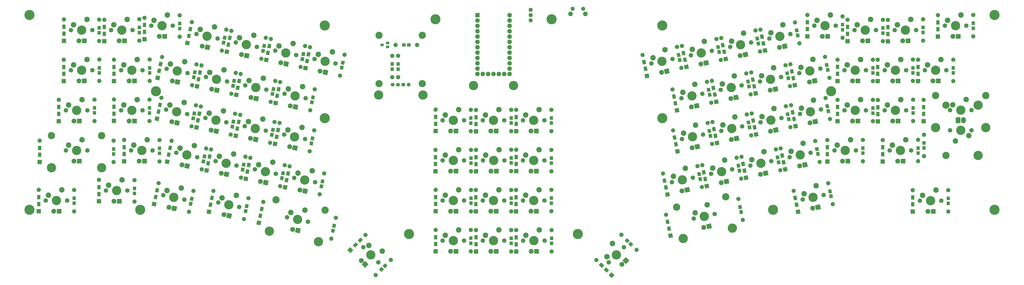
<source format=gbs>
G04 #@! TF.GenerationSoftware,KiCad,Pcbnew,(5.1.6)-1*
G04 #@! TF.CreationDate,2021-02-05T14:28:11+01:00*
G04 #@! TF.ProjectId,middle,6d696464-6c65-42e6-9b69-6361645f7063,rev?*
G04 #@! TF.SameCoordinates,Original*
G04 #@! TF.FileFunction,Soldermask,Bot*
G04 #@! TF.FilePolarity,Negative*
%FSLAX46Y46*%
G04 Gerber Fmt 4.6, Leading zero omitted, Abs format (unit mm)*
G04 Created by KiCad (PCBNEW (5.1.6)-1) date 2021-02-05 14:28:11*
%MOMM*%
%LPD*%
G01*
G04 APERTURE LIST*
%ADD10C,2.305000*%
%ADD11R,2.305000X2.305000*%
%ADD12C,2.100000*%
%ADD13C,4.400000*%
%ADD14C,2.600000*%
%ADD15R,1.600000X1.200000*%
%ADD16C,0.100000*%
%ADD17R,1.600000X2.000000*%
%ADD18O,2.000000X2.000000*%
%ADD19R,2.000000X2.000000*%
%ADD20C,2.000000*%
%ADD21C,3.450000*%
%ADD22R,1.600000X1.800000*%
%ADD23C,4.387800*%
%ADD24C,3.448000*%
%ADD25C,1.100000*%
%ADD26C,4.800000*%
%ADD27C,2.152600*%
%ADD28R,2.152600X2.152600*%
%ADD29C,3.400000*%
%ADD30C,1.797000*%
%ADD31C,1.924000*%
%ADD32C,2.200000*%
%ADD33R,1.800000X1.600000*%
G04 APERTURE END LIST*
D10*
X116128800Y-94183200D03*
D11*
X118668800Y-94183200D03*
D12*
X122478800Y-89103200D03*
X112318800Y-89103200D03*
D13*
X117398800Y-89103200D03*
D14*
X113588800Y-86563200D03*
X119938800Y-84023200D03*
D15*
X238674600Y-57103400D03*
X236074600Y-58053400D03*
X238674600Y-59003400D03*
D10*
X306654200Y-118008400D03*
D11*
X309194200Y-118008400D03*
D12*
X313004200Y-112928400D03*
X302844200Y-112928400D03*
D13*
X307924200Y-112928400D03*
D14*
X304114200Y-110388400D03*
X310464200Y-107848400D03*
D10*
X424413944Y-59233038D03*
D16*
G36*
X426010742Y-60071875D02*
G01*
X425531506Y-57817245D01*
X427786136Y-57338009D01*
X428265372Y-59592639D01*
X426010742Y-60071875D01*
G37*
D12*
X429568990Y-52943809D03*
X419631010Y-55056191D03*
D13*
X424600000Y-54000000D03*
D14*
X420345162Y-52307649D03*
X426028304Y-48502914D03*
D17*
X261449600Y-95553400D03*
D18*
X261449600Y-88843400D03*
D19*
X261449600Y-99003400D03*
D17*
X261449600Y-92293400D03*
D16*
G36*
X441194221Y-106811980D02*
G01*
X442759258Y-106479321D01*
X443133499Y-108239986D01*
X441568462Y-108572645D01*
X441194221Y-106811980D01*
G37*
G36*
G01*
X443257475Y-112671039D02*
X443257475Y-112671039D01*
G75*
G02*
X444443535Y-113441275I207912J-978148D01*
G01*
X444443535Y-113441275D01*
G75*
G02*
X443673299Y-114627335I-978148J-207912D01*
G01*
X443673299Y-114627335D01*
G75*
G02*
X442487239Y-113857099I-207912J978148D01*
G01*
X442487239Y-113857099D01*
G75*
G02*
X443257475Y-112671039I978148J207912D01*
G01*
G37*
D20*
X441353004Y-103711207D03*
D16*
G36*
X441693209Y-109159534D02*
G01*
X443258246Y-108826875D01*
X443632487Y-110587540D01*
X442067450Y-110920199D01*
X441693209Y-109159534D01*
G37*
G36*
X422564786Y-110772655D02*
G01*
X424129823Y-110439996D01*
X424504064Y-112200661D01*
X422939027Y-112533320D01*
X422564786Y-110772655D01*
G37*
G36*
G01*
X424628040Y-116631714D02*
X424628040Y-116631714D01*
G75*
G02*
X425814100Y-117401950I207912J-978148D01*
G01*
X425814100Y-117401950D01*
G75*
G02*
X425043864Y-118588010I-978148J-207912D01*
G01*
X425043864Y-118588010D01*
G75*
G02*
X423857804Y-117817774I-207912J978148D01*
G01*
X423857804Y-117817774D01*
G75*
G02*
X424628040Y-116631714I978148J207912D01*
G01*
G37*
D20*
X422723569Y-107671882D03*
D16*
G36*
X423063774Y-113120209D02*
G01*
X424628811Y-112787550D01*
X425003052Y-114548215D01*
X423438015Y-114880874D01*
X423063774Y-113120209D01*
G37*
D10*
X459080000Y-94205000D03*
D11*
X461620000Y-94205000D03*
D12*
X465430000Y-89125000D03*
X455270000Y-89125000D03*
D13*
X460350000Y-89125000D03*
D14*
X456540000Y-86585000D03*
X462890000Y-84045000D03*
D10*
X420213944Y-99033038D03*
D16*
G36*
X421810742Y-99871875D02*
G01*
X421331506Y-97617245D01*
X423586136Y-97138009D01*
X424065372Y-99392639D01*
X421810742Y-99871875D01*
G37*
D12*
X425368990Y-92743809D03*
X415431010Y-94856191D03*
D13*
X420400000Y-93800000D03*
D14*
X416145162Y-92107649D03*
X421828304Y-88302914D03*
D10*
X388563944Y-144733038D03*
D16*
G36*
X390160742Y-145571875D02*
G01*
X389681506Y-143317245D01*
X391936136Y-142838009D01*
X392415372Y-145092639D01*
X390160742Y-145571875D01*
G37*
D14*
X390178304Y-134002914D03*
X384495162Y-137807649D03*
D13*
X388750000Y-139500000D03*
D12*
X383781010Y-140556191D03*
X393718990Y-138443809D03*
D13*
X402103149Y-145085787D03*
X378823236Y-150034085D03*
D21*
X375654662Y-135127116D03*
X398934575Y-130178818D03*
D22*
X316299600Y-130828400D03*
D18*
X316299600Y-137088400D03*
D20*
X316299600Y-126928400D03*
D22*
X316299600Y-133228400D03*
D10*
X188074561Y-66553942D03*
D16*
G36*
X189192123Y-67969735D02*
G01*
X189671359Y-65715105D01*
X191925989Y-66194341D01*
X191446753Y-68448971D01*
X189192123Y-67969735D01*
G37*
D12*
X195341990Y-62905191D03*
X185404010Y-60792809D03*
D13*
X190373000Y-61849000D03*
D14*
X187174353Y-58572362D03*
X193913686Y-57408106D03*
D10*
X92329000Y-75184000D03*
D11*
X94869000Y-75184000D03*
D14*
X96139000Y-65024000D03*
X89789000Y-67564000D03*
D13*
X93599000Y-70104000D03*
D12*
X88519000Y-70104000D03*
X98679000Y-70104000D03*
D10*
X193662561Y-145674942D03*
D16*
G36*
X194780123Y-147090735D02*
G01*
X195259359Y-144836105D01*
X197513989Y-145315341D01*
X197034753Y-147569971D01*
X194780123Y-147090735D01*
G37*
D14*
X199501686Y-136529106D03*
X192762353Y-137693362D03*
D13*
X195961000Y-140970000D03*
D12*
X190992010Y-139913809D03*
X200929990Y-142026191D03*
D13*
X205887764Y-151504085D03*
X182607851Y-146555787D03*
D21*
X185776425Y-131648818D03*
X209056338Y-136597116D03*
D17*
X73724600Y-110228400D03*
D18*
X73724600Y-103518400D03*
D19*
X73724600Y-113678400D03*
D17*
X73724600Y-106968400D03*
D10*
X511595000Y-93545000D03*
D11*
X509055000Y-93545000D03*
D12*
X505245000Y-98625000D03*
D14*
X507785000Y-103705000D03*
X514135000Y-101165000D03*
D12*
X515405000Y-98625000D03*
D13*
X510325000Y-98625000D03*
D14*
X506515000Y-86560000D03*
D10*
X511595000Y-94180000D03*
D13*
X510325000Y-89100000D03*
D12*
X515405000Y-89100000D03*
D14*
X512865000Y-84020000D03*
D11*
X509055000Y-94180000D03*
D12*
X505245000Y-89100000D03*
D21*
X498425000Y-82100000D03*
X522225000Y-82100000D03*
D13*
X522225000Y-97340000D03*
X498425000Y-97340000D03*
D23*
X518589400Y-86683000D03*
X518589400Y-110559000D03*
D24*
X503349400Y-86683000D03*
X503349400Y-110559000D03*
D10*
X89966800Y-113258600D03*
D11*
X92506800Y-113258600D03*
D14*
X93776800Y-103098600D03*
X87426800Y-105638600D03*
D13*
X91236800Y-108178600D03*
D12*
X86156800Y-108178600D03*
X96316800Y-108178600D03*
D13*
X103136800Y-116418600D03*
X79336800Y-116418600D03*
D21*
X79336800Y-101178600D03*
X103136800Y-101178600D03*
D16*
G36*
X212685188Y-142931243D02*
G01*
X214250225Y-143263902D01*
X213875984Y-145024567D01*
X212310947Y-144691908D01*
X212685188Y-142931243D01*
G37*
G36*
G01*
X212186971Y-149122961D02*
X212186971Y-149122961D01*
G75*
G02*
X212957207Y-150309021I-207912J-978148D01*
G01*
X212957207Y-150309021D01*
G75*
G02*
X211771147Y-151079257I-978148J207912D01*
G01*
X211771147Y-151079257D01*
G75*
G02*
X211000911Y-149893197I207912J978148D01*
G01*
X211000911Y-149893197D01*
G75*
G02*
X212186971Y-149122961I978148J-207912D01*
G01*
G37*
D20*
X214091442Y-140163129D03*
D16*
G36*
X212186200Y-145278797D02*
G01*
X213751237Y-145611456D01*
X213376996Y-147372121D01*
X211811959Y-147039462D01*
X212186200Y-145278797D01*
G37*
D10*
X349785077Y-162274928D03*
D16*
G36*
X351581128Y-162108758D02*
G01*
X349951247Y-160478877D01*
X351581128Y-158848996D01*
X353211009Y-160478877D01*
X351581128Y-162108758D01*
G37*
D14*
X345294949Y-152396646D03*
X342600872Y-158682826D03*
D13*
X347091000Y-157784800D03*
D12*
X343498898Y-161376902D03*
X350683102Y-154192698D03*
D25*
X370066326Y-47711674D03*
X368899600Y-47228400D03*
X367732874Y-47711674D03*
X367249600Y-48878400D03*
X367732874Y-50045126D03*
X368899600Y-50528400D03*
X370066326Y-50045126D03*
X370549600Y-48878400D03*
D26*
X368899600Y-48878400D03*
D25*
X210066326Y-47711674D03*
X208899600Y-47228400D03*
X207732874Y-47711674D03*
X207249600Y-48878400D03*
X207732874Y-50045126D03*
X208899600Y-50528400D03*
X210066326Y-50045126D03*
X210549600Y-48878400D03*
D26*
X208899600Y-48878400D03*
D13*
X255399600Y-81878400D03*
X234399600Y-81878400D03*
D27*
X283768800Y-71848400D03*
X286308800Y-71848400D03*
X288848800Y-71848400D03*
X291388800Y-71848400D03*
X293928800Y-71848400D03*
X296468800Y-43908400D03*
X281228800Y-71848400D03*
X296468800Y-46448400D03*
X296468800Y-48988400D03*
X296468800Y-51528400D03*
X296468800Y-54068400D03*
X296468800Y-56608400D03*
X296468800Y-59148400D03*
X296468800Y-61688400D03*
X296468800Y-64228400D03*
X296468800Y-66768400D03*
X296468800Y-69308400D03*
X296468800Y-71848400D03*
X281228800Y-69308400D03*
X281228800Y-66768400D03*
X281228800Y-64228400D03*
X281228800Y-61688400D03*
X281228800Y-59148400D03*
X281228800Y-56608400D03*
X281228800Y-54068400D03*
X281228800Y-51528400D03*
X281228800Y-48988400D03*
X281228800Y-46448400D03*
D28*
X281228800Y-43908400D03*
D13*
X279399600Y-77378400D03*
X298399600Y-77378400D03*
D25*
X422566326Y-135211674D03*
X421399600Y-134728400D03*
X420232874Y-135211674D03*
X419749600Y-136378400D03*
X420232874Y-137545126D03*
X421399600Y-138028400D03*
X422566326Y-137545126D03*
X423049600Y-136378400D03*
D26*
X421399600Y-136378400D03*
D25*
X122566326Y-135211674D03*
X121399600Y-134728400D03*
X120232874Y-135211674D03*
X119749600Y-136378400D03*
X120232874Y-137545126D03*
X121399600Y-138028400D03*
X122566326Y-137545126D03*
X123049600Y-136378400D03*
D26*
X121399600Y-136378400D03*
D25*
X450084726Y-78944674D03*
X448918000Y-78461400D03*
X447751274Y-78944674D03*
X447268000Y-80111400D03*
X447751274Y-81278126D03*
X448918000Y-81761400D03*
X450084726Y-81278126D03*
X450568000Y-80111400D03*
D26*
X448918000Y-80111400D03*
D25*
X129984726Y-78944674D03*
X128818000Y-78461400D03*
X127651274Y-78944674D03*
X127168000Y-80111400D03*
X127651274Y-81278126D03*
X128818000Y-81761400D03*
X129984726Y-81278126D03*
X130468000Y-80111400D03*
D26*
X128818000Y-80111400D03*
D25*
X370015526Y-91711674D03*
X368848800Y-91228400D03*
X367682074Y-91711674D03*
X367198800Y-92878400D03*
X367682074Y-94045126D03*
X368848800Y-94528400D03*
X370015526Y-94045126D03*
X370498800Y-92878400D03*
D26*
X368848800Y-92878400D03*
D25*
X210015526Y-91711674D03*
X208848800Y-91228400D03*
X207682074Y-91711674D03*
X207198800Y-92878400D03*
X207682074Y-94045126D03*
X208848800Y-94528400D03*
X210015526Y-94045126D03*
X210498800Y-92878400D03*
D26*
X208848800Y-92878400D03*
D25*
X317566326Y-44711674D03*
X316399600Y-44228400D03*
X315232874Y-44711674D03*
X314749600Y-45878400D03*
X315232874Y-47045126D03*
X316399600Y-47528400D03*
X317566326Y-47045126D03*
X318049600Y-45878400D03*
D26*
X316399600Y-45878400D03*
D25*
X262566326Y-44711674D03*
X261399600Y-44228400D03*
X260232874Y-44711674D03*
X259749600Y-45878400D03*
X260232874Y-47045126D03*
X261399600Y-47528400D03*
X262566326Y-47045126D03*
X263049600Y-45878400D03*
D26*
X261399600Y-45878400D03*
D25*
X250015526Y-146711674D03*
X248848800Y-146228400D03*
X247682074Y-146711674D03*
X247198800Y-147878400D03*
X247682074Y-149045126D03*
X248848800Y-149528400D03*
X250015526Y-149045126D03*
X250498800Y-147878400D03*
D26*
X248848800Y-147878400D03*
D25*
X330015526Y-146711674D03*
X328848800Y-146228400D03*
X327682074Y-146711674D03*
X327198800Y-147878400D03*
X327682074Y-149045126D03*
X328848800Y-149528400D03*
X330015526Y-149045126D03*
X330498800Y-147878400D03*
D26*
X328848800Y-147878400D03*
D25*
X527566326Y-135211674D03*
X526399600Y-134728400D03*
X525232874Y-135211674D03*
X524749600Y-136378400D03*
X525232874Y-137545126D03*
X526399600Y-138028400D03*
X527566326Y-137545126D03*
X528049600Y-136378400D03*
D26*
X526399600Y-136378400D03*
D25*
X527566326Y-42711674D03*
X526399600Y-42228400D03*
X525232874Y-42711674D03*
X524749600Y-43878400D03*
X525232874Y-45045126D03*
X526399600Y-45528400D03*
X527566326Y-45045126D03*
X528049600Y-43878400D03*
D26*
X526399600Y-43878400D03*
D25*
X70066326Y-135211674D03*
X68899600Y-134728400D03*
X67732874Y-135211674D03*
X67249600Y-136378400D03*
X67732874Y-137545126D03*
X68899600Y-138028400D03*
X70066326Y-137545126D03*
X70549600Y-136378400D03*
D26*
X68899600Y-136378400D03*
D25*
X70066326Y-42711674D03*
X68899600Y-42228400D03*
X67732874Y-42711674D03*
X67249600Y-43878400D03*
X67732874Y-45045126D03*
X68899600Y-45528400D03*
X70066326Y-45045126D03*
X70549600Y-43878400D03*
D26*
X68899600Y-43878400D03*
D10*
X444730000Y-53980000D03*
D11*
X447270000Y-53980000D03*
D12*
X451080000Y-48900000D03*
X440920000Y-48900000D03*
D13*
X446000000Y-48900000D03*
D14*
X442190000Y-46360000D03*
X448540000Y-43820000D03*
D10*
X192290961Y-106457342D03*
D16*
G36*
X193408523Y-107873135D02*
G01*
X193887759Y-105618505D01*
X196142389Y-106097741D01*
X195663153Y-108352371D01*
X193408523Y-107873135D01*
G37*
D12*
X199558390Y-102808591D03*
X189620410Y-100696209D03*
D13*
X194589400Y-101752400D03*
D14*
X191390753Y-98475762D03*
X198130086Y-97311506D03*
D22*
X130574600Y-107153400D03*
D18*
X130574600Y-113413400D03*
D20*
X130574600Y-103253400D03*
D22*
X130574600Y-109553400D03*
D10*
X116179600Y-75158600D03*
D11*
X118719600Y-75158600D03*
D12*
X122529600Y-70078600D03*
X112369600Y-70078600D03*
D13*
X117449600Y-70078600D03*
D14*
X113639600Y-67538600D03*
X119989600Y-64998600D03*
D10*
X150787361Y-58654542D03*
D16*
G36*
X151904923Y-60070335D02*
G01*
X152384159Y-57815705D01*
X154638789Y-58294941D01*
X154159553Y-60549571D01*
X151904923Y-60070335D01*
G37*
D12*
X158054790Y-55005791D03*
X148116810Y-52893409D03*
D13*
X153085800Y-53949600D03*
D14*
X149887153Y-50672962D03*
X156626486Y-49508706D03*
D10*
X197066161Y-126954942D03*
D16*
G36*
X198183723Y-128370735D02*
G01*
X198662959Y-126116105D01*
X200917589Y-126595341D01*
X200438353Y-128849971D01*
X198183723Y-128370735D01*
G37*
D12*
X204333590Y-123306191D03*
X194395610Y-121193809D03*
D13*
X199364600Y-122250000D03*
D14*
X196165953Y-118973362D03*
X202905286Y-117809106D03*
D10*
X287629600Y-156108400D03*
D11*
X290169600Y-156108400D03*
D12*
X293979600Y-151028400D03*
X283819600Y-151028400D03*
D13*
X288899600Y-151028400D03*
D14*
X285089600Y-148488400D03*
X291439600Y-145948400D03*
D16*
G36*
X446090020Y-86441326D02*
G01*
X447655057Y-86108667D01*
X448029298Y-87869332D01*
X446464261Y-88201991D01*
X446090020Y-86441326D01*
G37*
G36*
G01*
X448153274Y-92300385D02*
X448153274Y-92300385D01*
G75*
G02*
X449339334Y-93070621I207912J-978148D01*
G01*
X449339334Y-93070621D01*
G75*
G02*
X448569098Y-94256681I-978148J-207912D01*
G01*
X448569098Y-94256681D01*
G75*
G02*
X447383038Y-93486445I-207912J978148D01*
G01*
X447383038Y-93486445D01*
G75*
G02*
X448153274Y-92300385I978148J207912D01*
G01*
G37*
D20*
X446248803Y-83340553D03*
D16*
G36*
X446589008Y-88788880D02*
G01*
X448154045Y-88456221D01*
X448528286Y-90216886D01*
X446963249Y-90549545D01*
X446589008Y-88788880D01*
G37*
D10*
X420013944Y-79608038D03*
D16*
G36*
X421610742Y-80446875D02*
G01*
X421131506Y-78192245D01*
X423386136Y-77713009D01*
X423865372Y-79967639D01*
X421610742Y-80446875D01*
G37*
D12*
X425168990Y-73318809D03*
X415231010Y-75431191D03*
D13*
X420200000Y-74375000D03*
D14*
X415945162Y-72682649D03*
X421628304Y-68877914D03*
D10*
X494766600Y-137109200D03*
D11*
X497306600Y-137109200D03*
D14*
X498576600Y-126949200D03*
X492226600Y-129489200D03*
D13*
X496036600Y-132029200D03*
D12*
X490956600Y-132029200D03*
X501116600Y-132029200D03*
D10*
X497154200Y-75184000D03*
D11*
X499694200Y-75184000D03*
D12*
X503504200Y-70104000D03*
X493344200Y-70104000D03*
D13*
X498424200Y-70104000D03*
D14*
X494614200Y-67564000D03*
X500964200Y-65024000D03*
D10*
X463804000Y-56083200D03*
D11*
X466344000Y-56083200D03*
D12*
X470154000Y-51003200D03*
X459994000Y-51003200D03*
D13*
X465074000Y-51003200D03*
D14*
X461264000Y-48463200D03*
X467614000Y-45923200D03*
D29*
X234575000Y-53478400D03*
X234575000Y-76478400D03*
X255075000Y-53478400D03*
D30*
X248635000Y-76978400D03*
X241015000Y-76978400D03*
X243555000Y-76978400D03*
X246095000Y-76978400D03*
D29*
X255075000Y-76478400D03*
D10*
X287655000Y-118008400D03*
D11*
X290195000Y-118008400D03*
D12*
X294005000Y-112928400D03*
X283845000Y-112928400D03*
D13*
X288925000Y-112928400D03*
D14*
X285115000Y-110388400D03*
X291465000Y-107848400D03*
D10*
X206701561Y-70541742D03*
D16*
G36*
X207819123Y-71957535D02*
G01*
X208298359Y-69702905D01*
X210552989Y-70182141D01*
X210073753Y-72436771D01*
X207819123Y-71957535D01*
G37*
D12*
X213968990Y-66892991D03*
X204031010Y-64780609D03*
D13*
X209000000Y-65836800D03*
D14*
X205801353Y-62560162D03*
X212540686Y-61395906D03*
D16*
G36*
X216835580Y-65483911D02*
G01*
X218400617Y-65816570D01*
X218026376Y-67577235D01*
X216461339Y-67244576D01*
X216835580Y-65483911D01*
G37*
G36*
G01*
X216337363Y-71675629D02*
X216337363Y-71675629D01*
G75*
G02*
X217107599Y-72861689I-207912J-978148D01*
G01*
X217107599Y-72861689D01*
G75*
G02*
X215921539Y-73631925I-978148J207912D01*
G01*
X215921539Y-73631925D01*
G75*
G02*
X215151303Y-72445865I207912J978148D01*
G01*
X215151303Y-72445865D01*
G75*
G02*
X216337363Y-71675629I978148J-207912D01*
G01*
G37*
D20*
X218241834Y-62715797D03*
D16*
G36*
X216336592Y-67831465D02*
G01*
X217901629Y-68164124D01*
X217527388Y-69924789D01*
X215962351Y-69592130D01*
X216336592Y-67831465D01*
G37*
G36*
X160818188Y-53595002D02*
G01*
X162383225Y-53927661D01*
X162008984Y-55688326D01*
X160443947Y-55355667D01*
X160818188Y-53595002D01*
G37*
G36*
G01*
X160319971Y-59786720D02*
X160319971Y-59786720D01*
G75*
G02*
X161090207Y-60972780I-207912J-978148D01*
G01*
X161090207Y-60972780D01*
G75*
G02*
X159904147Y-61743016I-978148J207912D01*
G01*
X159904147Y-61743016D01*
G75*
G02*
X159133911Y-60556956I207912J978148D01*
G01*
X159133911Y-60556956D01*
G75*
G02*
X160319971Y-59786720I978148J-207912D01*
G01*
G37*
D20*
X162224442Y-50826888D03*
D16*
G36*
X160319200Y-55942556D02*
G01*
X161884237Y-56275215D01*
X161509996Y-58035880D01*
X159944959Y-57703221D01*
X160319200Y-55942556D01*
G37*
D10*
X440199144Y-135662038D03*
D16*
G36*
X441795942Y-136500875D02*
G01*
X441316706Y-134246245D01*
X443571336Y-133767009D01*
X444050572Y-136021639D01*
X441795942Y-136500875D01*
G37*
D14*
X441813504Y-124931914D03*
X436130362Y-128736649D03*
D13*
X440385200Y-130429000D03*
D12*
X435416210Y-131485191D03*
X445354190Y-129372809D03*
D10*
X480480000Y-113280000D03*
D11*
X483020000Y-113280000D03*
D14*
X484290000Y-103120000D03*
X477940000Y-105660000D03*
D13*
X481750000Y-108200000D03*
D12*
X476670000Y-108200000D03*
X486830000Y-108200000D03*
D10*
X226218072Y-160478877D03*
D16*
G36*
X226384242Y-162274928D02*
G01*
X228014123Y-160645047D01*
X229644004Y-162274928D01*
X228014123Y-163904809D01*
X226384242Y-162274928D01*
G37*
D14*
X236096354Y-155988749D03*
X229810174Y-153294672D03*
D13*
X230708200Y-157784800D03*
D12*
X227116098Y-154192698D03*
X234300302Y-161376902D03*
D10*
X135039361Y-135184742D03*
D16*
G36*
X136156923Y-136600535D02*
G01*
X136636159Y-134345905D01*
X138890789Y-134825141D01*
X138411553Y-137079771D01*
X136156923Y-136600535D01*
G37*
D14*
X140878486Y-126038906D03*
X134139153Y-127203162D03*
D13*
X137337800Y-130479800D03*
D12*
X132368810Y-129423609D03*
X142306790Y-131535991D03*
D10*
X108991400Y-132308600D03*
D11*
X111531400Y-132308600D03*
D14*
X112801400Y-122148600D03*
X106451400Y-124688600D03*
D13*
X110261400Y-127228600D03*
D12*
X105181400Y-127228600D03*
X115341400Y-127228600D03*
D10*
X80416400Y-137083800D03*
D11*
X82956400Y-137083800D03*
D14*
X84226400Y-126923800D03*
X77876400Y-129463800D03*
D13*
X81686400Y-132003800D03*
D12*
X76606400Y-132003800D03*
X86766400Y-132003800D03*
D10*
X89980000Y-94183200D03*
D11*
X92520000Y-94183200D03*
D14*
X93790000Y-84023200D03*
X87440000Y-86563200D03*
D13*
X91250000Y-89103200D03*
D12*
X86170000Y-89103200D03*
X96330000Y-89103200D03*
D10*
X306705000Y-156108400D03*
D11*
X309245000Y-156108400D03*
D12*
X313055000Y-151028400D03*
X302895000Y-151028400D03*
D13*
X307975000Y-151028400D03*
D14*
X304165000Y-148488400D03*
X310515000Y-145948400D03*
D10*
X454279000Y-113280000D03*
D11*
X456819000Y-113280000D03*
D12*
X460629000Y-108200000D03*
X450469000Y-108200000D03*
D13*
X455549000Y-108200000D03*
D14*
X451739000Y-105660000D03*
X458089000Y-103120000D03*
D10*
X434026944Y-115570638D03*
D16*
G36*
X435623742Y-116409475D02*
G01*
X435144506Y-114154845D01*
X437399136Y-113675609D01*
X437878372Y-115930239D01*
X435623742Y-116409475D01*
G37*
D12*
X439181990Y-109281409D03*
X429244010Y-111393791D03*
D13*
X434213000Y-110337600D03*
D14*
X429958162Y-108645249D03*
X435641304Y-104840514D03*
D10*
X415413944Y-119533038D03*
D16*
G36*
X417010742Y-120371875D02*
G01*
X416531506Y-118117245D01*
X418786136Y-117638009D01*
X419265372Y-119892639D01*
X417010742Y-120371875D01*
G37*
D12*
X420568990Y-113243809D03*
X410631010Y-115356191D03*
D13*
X415600000Y-114300000D03*
D14*
X411345162Y-112607649D03*
X417028304Y-108802914D03*
D10*
X396813944Y-123483038D03*
D16*
G36*
X398410742Y-124321875D02*
G01*
X397931506Y-122067245D01*
X400186136Y-121588009D01*
X400665372Y-123842639D01*
X398410742Y-124321875D01*
G37*
D12*
X401968990Y-117193809D03*
X392031010Y-119306191D03*
D13*
X397000000Y-118250000D03*
D14*
X392745162Y-116557649D03*
X398428304Y-112752914D03*
D10*
X478105000Y-94230000D03*
D11*
X480645000Y-94230000D03*
D12*
X484455000Y-89150000D03*
X474295000Y-89150000D03*
D13*
X479375000Y-89150000D03*
D14*
X475565000Y-86610000D03*
X481915000Y-84070000D03*
D10*
X438913944Y-95033038D03*
D16*
G36*
X440510742Y-95871875D02*
G01*
X440031506Y-93617245D01*
X442286136Y-93138009D01*
X442765372Y-95392639D01*
X440510742Y-95871875D01*
G37*
D12*
X444068990Y-88743809D03*
X434131010Y-90856191D03*
D13*
X439100000Y-89800000D03*
D14*
X434845162Y-88107649D03*
X440528304Y-84302914D03*
D10*
X478104200Y-75158600D03*
D11*
X480644200Y-75158600D03*
D12*
X484454200Y-70078600D03*
X474294200Y-70078600D03*
D13*
X479374200Y-70078600D03*
D14*
X475564200Y-67538600D03*
X481914200Y-64998600D03*
D10*
X459079600Y-75158600D03*
D11*
X461619600Y-75158600D03*
D12*
X465429600Y-70078600D03*
X455269600Y-70078600D03*
D13*
X460349600Y-70078600D03*
D14*
X456539600Y-67538600D03*
X462889600Y-64998600D03*
D10*
X438638944Y-75658038D03*
D16*
G36*
X440235742Y-76496875D02*
G01*
X439756506Y-74242245D01*
X442011136Y-73763009D01*
X442490372Y-76017639D01*
X440235742Y-76496875D01*
G37*
D12*
X443793990Y-69368809D03*
X433856010Y-71481191D03*
D13*
X438825000Y-70425000D03*
D14*
X434570162Y-68732649D03*
X440253304Y-64927914D03*
D10*
X306654200Y-137033000D03*
D11*
X309194200Y-137033000D03*
D12*
X313004200Y-131953000D03*
X302844200Y-131953000D03*
D13*
X307924200Y-131953000D03*
D14*
X304114200Y-129413000D03*
X310464200Y-126873000D03*
D10*
X268579600Y-156108400D03*
D11*
X271119600Y-156108400D03*
D12*
X274929600Y-151028400D03*
X264769600Y-151028400D03*
D13*
X269849600Y-151028400D03*
D14*
X266039600Y-148488400D03*
X272389600Y-145948400D03*
D10*
X161074361Y-138704942D03*
D16*
G36*
X162191923Y-140120735D02*
G01*
X162671159Y-137866105D01*
X164925789Y-138345341D01*
X164446553Y-140599971D01*
X162191923Y-140120735D01*
G37*
D12*
X168341790Y-135056191D03*
X158403810Y-132943809D03*
D13*
X163372800Y-134000000D03*
D14*
X160174153Y-130723362D03*
X166913486Y-129559106D03*
D10*
X378213944Y-127433038D03*
D16*
G36*
X379810742Y-128271875D02*
G01*
X379331506Y-126017245D01*
X381586136Y-125538009D01*
X382065372Y-127792639D01*
X379810742Y-128271875D01*
G37*
D12*
X383368990Y-121143809D03*
X373431010Y-123256191D03*
D13*
X378400000Y-122200000D03*
D14*
X374145162Y-120507649D03*
X379828304Y-116702914D03*
D10*
X306654200Y-98933000D03*
D11*
X309194200Y-98933000D03*
D12*
X313004200Y-93853000D03*
X302844200Y-93853000D03*
D13*
X307924200Y-93853000D03*
D14*
X304114200Y-91313000D03*
X310464200Y-88773000D03*
D10*
X287604200Y-137058400D03*
D11*
X290144200Y-137058400D03*
D12*
X293954200Y-131978400D03*
X283794200Y-131978400D03*
D13*
X288874200Y-131978400D03*
D14*
X285064200Y-129438400D03*
X291414200Y-126898400D03*
D10*
X268554200Y-137058400D03*
D11*
X271094200Y-137058400D03*
D12*
X274904200Y-131978400D03*
X264744200Y-131978400D03*
D13*
X269824200Y-131978400D03*
D14*
X266014200Y-129438400D03*
X272364200Y-126898400D03*
D10*
X178422561Y-122954942D03*
D16*
G36*
X179540123Y-124370735D02*
G01*
X180019359Y-122116105D01*
X182273989Y-122595341D01*
X181794753Y-124849971D01*
X179540123Y-124370735D01*
G37*
D12*
X185689990Y-119306191D03*
X175752010Y-117193809D03*
D13*
X180721000Y-118250000D03*
D14*
X177522353Y-114973362D03*
X184261686Y-113809106D03*
D10*
X159804361Y-119004942D03*
D16*
G36*
X160921923Y-120420735D02*
G01*
X161401159Y-118166105D01*
X163655789Y-118645341D01*
X163176553Y-120899971D01*
X160921923Y-120420735D01*
G37*
D12*
X167071790Y-115356191D03*
X157133810Y-113243809D03*
D13*
X162102800Y-114300000D03*
D14*
X158904153Y-111023362D03*
X165643486Y-109859106D03*
D10*
X141186161Y-115042542D03*
D16*
G36*
X142303723Y-116458335D02*
G01*
X142782959Y-114203705D01*
X145037589Y-114682941D01*
X144558353Y-116937571D01*
X142303723Y-116458335D01*
G37*
D12*
X148453590Y-111393791D03*
X138515610Y-109281409D03*
D13*
X143484600Y-110337600D03*
D14*
X140285953Y-107060962D03*
X147025286Y-105896706D03*
D10*
X120904000Y-113284000D03*
D11*
X123444000Y-113284000D03*
D12*
X127254000Y-108204000D03*
X117094000Y-108204000D03*
D13*
X122174000Y-108204000D03*
D14*
X118364000Y-105664000D03*
X124714000Y-103124000D03*
D10*
X401613944Y-103033038D03*
D16*
G36*
X403210742Y-103871875D02*
G01*
X402731506Y-101617245D01*
X404986136Y-101138009D01*
X405465372Y-103392639D01*
X403210742Y-103871875D01*
G37*
D12*
X406768990Y-96743809D03*
X396831010Y-98856191D03*
D13*
X401800000Y-97800000D03*
D14*
X397545162Y-96107649D03*
X403228304Y-92302914D03*
D10*
X383013944Y-106933038D03*
D16*
G36*
X384610742Y-107771875D02*
G01*
X384131506Y-105517245D01*
X386386136Y-105038009D01*
X386865372Y-107292639D01*
X384610742Y-107771875D01*
G37*
D12*
X388168990Y-100643809D03*
X378231010Y-102756191D03*
D13*
X383200000Y-101700000D03*
D14*
X378945162Y-100007649D03*
X384628304Y-96202914D03*
D10*
X268528800Y-118008400D03*
D11*
X271068800Y-118008400D03*
D12*
X274878800Y-112928400D03*
X264718800Y-112928400D03*
D13*
X269798800Y-112928400D03*
D14*
X265988800Y-110388400D03*
X272338800Y-107848400D03*
D10*
X173647361Y-102469542D03*
D16*
G36*
X174764923Y-103885335D02*
G01*
X175244159Y-101630705D01*
X177498789Y-102109941D01*
X177019553Y-104364571D01*
X174764923Y-103885335D01*
G37*
D12*
X180914790Y-98820791D03*
X170976810Y-96708409D03*
D13*
X175945800Y-97764600D03*
D14*
X172747153Y-94487962D03*
X179486486Y-93323706D03*
D10*
X154978361Y-98507142D03*
D16*
G36*
X156095923Y-99922935D02*
G01*
X156575159Y-97668305D01*
X158829789Y-98147541D01*
X158350553Y-100402171D01*
X156095923Y-99922935D01*
G37*
D12*
X162245790Y-94858391D03*
X152307810Y-92746009D03*
D13*
X157276800Y-93802200D03*
D14*
X154078153Y-90525562D03*
X160817486Y-89361306D03*
D10*
X136385561Y-94544742D03*
D16*
G36*
X137503123Y-95960535D02*
G01*
X137982359Y-93705905D01*
X140236989Y-94185141D01*
X139757753Y-96439771D01*
X137503123Y-95960535D01*
G37*
D12*
X143652990Y-90895991D03*
X133715010Y-88783609D03*
D13*
X138684000Y-89839800D03*
D14*
X135485353Y-86563162D03*
X142224686Y-85398906D03*
D10*
X401363944Y-83558038D03*
D16*
G36*
X402960742Y-84396875D02*
G01*
X402481506Y-82142245D01*
X404736136Y-81663009D01*
X405215372Y-83917639D01*
X402960742Y-84396875D01*
G37*
D12*
X406518990Y-77268809D03*
X396581010Y-79381191D03*
D13*
X401550000Y-78325000D03*
D14*
X397295162Y-76632649D03*
X402978304Y-72827914D03*
D10*
X382713944Y-87533038D03*
D16*
G36*
X384310742Y-88371875D02*
G01*
X383831506Y-86117245D01*
X386086136Y-85638009D01*
X386565372Y-87892639D01*
X384310742Y-88371875D01*
G37*
D12*
X387868990Y-81243809D03*
X377931010Y-83356191D03*
D13*
X382900000Y-82300000D03*
D14*
X378645162Y-80607649D03*
X384328304Y-76802914D03*
D10*
X287629600Y-98958400D03*
D11*
X290169600Y-98958400D03*
D12*
X293979600Y-93878400D03*
X283819600Y-93878400D03*
D13*
X288899600Y-93878400D03*
D14*
X285089600Y-91338400D03*
X291439600Y-88798400D03*
D10*
X268579600Y-98958400D03*
D11*
X271119600Y-98958400D03*
D12*
X274929600Y-93878400D03*
X264769600Y-93878400D03*
D13*
X269849600Y-93878400D03*
D14*
X266039600Y-91338400D03*
X272389600Y-88798400D03*
D10*
X192519561Y-87000942D03*
D16*
G36*
X193637123Y-88416735D02*
G01*
X194116359Y-86162105D01*
X196370989Y-86641341D01*
X195891753Y-88895971D01*
X193637123Y-88416735D01*
G37*
D12*
X199786990Y-83352191D03*
X189849010Y-81239809D03*
D13*
X194818000Y-82296000D03*
D14*
X191619353Y-79019362D03*
X198358686Y-77855106D03*
D10*
X506679200Y-54025800D03*
D11*
X509219200Y-54025800D03*
D12*
X513029200Y-48945800D03*
X502869200Y-48945800D03*
D13*
X507949200Y-48945800D03*
D14*
X504139200Y-46405800D03*
X510489200Y-43865800D03*
D10*
X173875961Y-83013142D03*
D16*
G36*
X174993523Y-84428935D02*
G01*
X175472759Y-82174305D01*
X177727389Y-82653541D01*
X177248153Y-84908171D01*
X174993523Y-84428935D01*
G37*
D12*
X181143390Y-79364391D03*
X171205410Y-77252009D03*
D13*
X176174400Y-78308200D03*
D14*
X172975753Y-75031562D03*
X179715086Y-73867306D03*
D10*
X482854000Y-56083200D03*
D11*
X485394000Y-56083200D03*
D12*
X489204000Y-51003200D03*
X479044000Y-51003200D03*
D13*
X484124000Y-51003200D03*
D14*
X480314000Y-48463200D03*
X486664000Y-45923200D03*
D10*
X155257761Y-79076142D03*
D16*
G36*
X156375323Y-80491935D02*
G01*
X156854559Y-78237305D01*
X159109189Y-78716541D01*
X158629953Y-80971171D01*
X156375323Y-80491935D01*
G37*
D12*
X162525190Y-75427391D03*
X152587210Y-73315009D03*
D13*
X157556200Y-74371200D03*
D14*
X154357553Y-71094562D03*
X161096886Y-69930306D03*
D10*
X136614161Y-75139142D03*
D16*
G36*
X137731723Y-76554935D02*
G01*
X138210959Y-74300305D01*
X140465589Y-74779541D01*
X139986353Y-77034171D01*
X137731723Y-76554935D01*
G37*
D12*
X143881590Y-71490391D03*
X133943610Y-69378009D03*
D13*
X138912600Y-70434200D03*
D14*
X135713953Y-67157562D03*
X142453286Y-65993306D03*
D10*
X405813944Y-63183038D03*
D16*
G36*
X407410742Y-64021875D02*
G01*
X406931506Y-61767245D01*
X409186136Y-61288009D01*
X409665372Y-63542639D01*
X407410742Y-64021875D01*
G37*
D12*
X410968990Y-56893809D03*
X401031010Y-59006191D03*
D13*
X406000000Y-57950000D03*
D14*
X401745162Y-56257649D03*
X407428304Y-52452914D03*
D10*
X387188944Y-67133038D03*
D16*
G36*
X388785742Y-67971875D02*
G01*
X388306506Y-65717245D01*
X390561136Y-65238009D01*
X391040372Y-67492639D01*
X388785742Y-67971875D01*
G37*
D12*
X392343990Y-60843809D03*
X382406010Y-62956191D03*
D13*
X387375000Y-61900000D03*
D14*
X383120162Y-60207649D03*
X388803304Y-56402914D03*
D10*
X368538944Y-71083038D03*
D16*
G36*
X370135742Y-71921875D02*
G01*
X369656506Y-69667245D01*
X371911136Y-69188009D01*
X372390372Y-71442639D01*
X370135742Y-71921875D01*
G37*
D12*
X373693990Y-64793809D03*
X363756010Y-66906191D03*
D13*
X368725000Y-65850000D03*
D14*
X364470162Y-64157649D03*
X370153304Y-60352914D03*
D10*
X169405561Y-62642342D03*
D16*
G36*
X170523123Y-64058135D02*
G01*
X171002359Y-61803505D01*
X173256989Y-62282741D01*
X172777753Y-64537371D01*
X170523123Y-64058135D01*
G37*
D12*
X176672990Y-58993591D03*
X166735010Y-56881209D03*
D13*
X171704000Y-57937400D03*
D14*
X168505353Y-54660762D03*
X175244686Y-53496506D03*
D10*
X130429000Y-54025800D03*
D11*
X132969000Y-54025800D03*
D12*
X136779000Y-48945800D03*
X126619000Y-48945800D03*
D13*
X131699000Y-48945800D03*
D14*
X127889000Y-46405800D03*
X134239000Y-43865800D03*
D10*
X111404400Y-56108600D03*
D11*
X113944400Y-56108600D03*
D12*
X117754400Y-51028600D03*
X107594400Y-51028600D03*
D13*
X112674400Y-51028600D03*
D14*
X108864400Y-48488600D03*
X115214400Y-45948600D03*
D10*
X92354400Y-56108600D03*
D11*
X94894400Y-56108600D03*
D12*
X98704400Y-51028600D03*
X88544400Y-51028600D03*
D13*
X93624400Y-51028600D03*
D14*
X89814400Y-48488600D03*
X96164400Y-45948600D03*
D31*
X326399600Y-40878400D03*
X331399600Y-40878400D03*
D32*
X325399600Y-43378400D03*
X332399600Y-43378400D03*
D22*
X504399600Y-130978400D03*
D18*
X504399600Y-137238400D03*
D20*
X504399600Y-127078400D03*
D22*
X504399600Y-133378400D03*
D16*
G36*
X447414523Y-126882458D02*
G01*
X448979560Y-126549799D01*
X449353801Y-128310464D01*
X447788764Y-128643123D01*
X447414523Y-126882458D01*
G37*
G36*
G01*
X449477777Y-132741517D02*
X449477777Y-132741517D01*
G75*
G02*
X450663837Y-133511753I207912J-978148D01*
G01*
X450663837Y-133511753D01*
G75*
G02*
X449893601Y-134697813I-978148J-207912D01*
G01*
X449893601Y-134697813D01*
G75*
G02*
X448707541Y-133927577I-207912J978148D01*
G01*
X448707541Y-133927577D01*
G75*
G02*
X449477777Y-132741517I978148J207912D01*
G01*
G37*
D20*
X447573306Y-123781685D03*
D16*
G36*
X447913511Y-129230012D02*
G01*
X449478548Y-128897353D01*
X449852789Y-130658018D01*
X448287752Y-130990677D01*
X447913511Y-129230012D01*
G37*
G36*
X404775409Y-134356463D02*
G01*
X406340446Y-134023804D01*
X406714687Y-135784469D01*
X405149650Y-136117128D01*
X404775409Y-134356463D01*
G37*
G36*
G01*
X406838663Y-140215522D02*
X406838663Y-140215522D01*
G75*
G02*
X408024723Y-140985758I207912J-978148D01*
G01*
X408024723Y-140985758D01*
G75*
G02*
X407254487Y-142171818I-978148J-207912D01*
G01*
X407254487Y-142171818D01*
G75*
G02*
X406068427Y-141401582I-207912J978148D01*
G01*
X406068427Y-141401582D01*
G75*
G02*
X406838663Y-140215522I978148J207912D01*
G01*
G37*
D20*
X404934192Y-131255690D03*
D16*
G36*
X405274397Y-136704017D02*
G01*
X406839434Y-136371358D01*
X407213675Y-138132023D01*
X405648638Y-138464682D01*
X405274397Y-136704017D01*
G37*
G36*
X351055234Y-150940405D02*
G01*
X352186605Y-149809034D01*
X353459398Y-151081827D01*
X352328027Y-152213198D01*
X351055234Y-150940405D01*
G37*
G36*
G01*
X355976698Y-154730498D02*
X355976698Y-154730498D01*
G75*
G02*
X357390912Y-154730498I707107J-707107D01*
G01*
X357390912Y-154730498D01*
G75*
G02*
X357390912Y-156144712I-707107J-707107D01*
G01*
X357390912Y-156144712D01*
G75*
G02*
X355976698Y-156144712I-707107J707107D01*
G01*
X355976698Y-156144712D01*
G75*
G02*
X355976698Y-154730498I707107J707107D01*
G01*
G37*
D20*
X349499600Y-148253400D03*
D16*
G36*
X352752291Y-152637462D02*
G01*
X353883662Y-151506091D01*
X355156455Y-152778884D01*
X354025084Y-153910255D01*
X352752291Y-152637462D01*
G37*
D22*
X316399600Y-149903400D03*
D18*
X316399600Y-156163400D03*
D20*
X316399600Y-146003400D03*
D22*
X316399600Y-152303400D03*
X490149600Y-107053400D03*
D18*
X490149600Y-113313400D03*
D20*
X490149600Y-103153400D03*
D22*
X490149600Y-109453400D03*
X463949600Y-107078400D03*
D18*
X463949600Y-113338400D03*
D20*
X463949600Y-103178400D03*
D22*
X463949600Y-109478400D03*
D16*
G36*
X403985579Y-114742616D02*
G01*
X405550616Y-114409957D01*
X405924857Y-116170622D01*
X404359820Y-116503281D01*
X403985579Y-114742616D01*
G37*
G36*
G01*
X406048833Y-120601675D02*
X406048833Y-120601675D01*
G75*
G02*
X407234893Y-121371911I207912J-978148D01*
G01*
X407234893Y-121371911D01*
G75*
G02*
X406464657Y-122557971I-978148J-207912D01*
G01*
X406464657Y-122557971D01*
G75*
G02*
X405278597Y-121787735I-207912J978148D01*
G01*
X405278597Y-121787735D01*
G75*
G02*
X406048833Y-120601675I978148J207912D01*
G01*
G37*
D20*
X404144362Y-111641843D03*
D16*
G36*
X404484567Y-117090170D02*
G01*
X406049604Y-116757511D01*
X406423845Y-118518176D01*
X404858808Y-118850835D01*
X404484567Y-117090170D01*
G37*
D22*
X492899660Y-107033600D03*
D18*
X492899660Y-100773600D03*
D20*
X492899660Y-110933600D03*
D22*
X492899660Y-104633600D03*
X487724600Y-88003400D03*
D18*
X487724600Y-94263400D03*
D20*
X487724600Y-84103400D03*
D22*
X487724600Y-90403400D03*
X468699600Y-88078400D03*
D18*
X468699600Y-94338400D03*
D20*
X468699600Y-84178400D03*
D22*
X468699600Y-90478400D03*
D16*
G36*
X427330801Y-90296500D02*
G01*
X428895838Y-89963841D01*
X429270079Y-91724506D01*
X427705042Y-92057165D01*
X427330801Y-90296500D01*
G37*
G36*
G01*
X429394055Y-96155559D02*
X429394055Y-96155559D01*
G75*
G02*
X430580115Y-96925795I207912J-978148D01*
G01*
X430580115Y-96925795D01*
G75*
G02*
X429809879Y-98111855I-978148J-207912D01*
G01*
X429809879Y-98111855D01*
G75*
G02*
X428623819Y-97341619I-207912J978148D01*
G01*
X428623819Y-97341619D01*
G75*
G02*
X429394055Y-96155559I978148J207912D01*
G01*
G37*
D20*
X427489584Y-87195727D03*
D16*
G36*
X427829789Y-92644054D02*
G01*
X429394826Y-92311395D01*
X429769067Y-94072060D01*
X428204030Y-94404719D01*
X427829789Y-92644054D01*
G37*
D22*
X506849600Y-69003400D03*
D18*
X506849600Y-75263400D03*
D20*
X506849600Y-65103400D03*
D22*
X506849600Y-71403400D03*
X487674600Y-68953400D03*
D18*
X487674600Y-75213400D03*
D20*
X487674600Y-65053400D03*
D22*
X487674600Y-71353400D03*
X468674600Y-68978400D03*
D18*
X468674600Y-75238400D03*
D20*
X468674600Y-65078400D03*
D22*
X468674600Y-71378400D03*
D16*
G36*
X445837587Y-66865305D02*
G01*
X447402624Y-66532646D01*
X447776865Y-68293311D01*
X446211828Y-68625970D01*
X445837587Y-66865305D01*
G37*
G36*
G01*
X447900841Y-72724364D02*
X447900841Y-72724364D01*
G75*
G02*
X449086901Y-73494600I207912J-978148D01*
G01*
X449086901Y-73494600D01*
G75*
G02*
X448316665Y-74680660I-978148J-207912D01*
G01*
X448316665Y-74680660D01*
G75*
G02*
X447130605Y-73910424I-207912J978148D01*
G01*
X447130605Y-73910424D01*
G75*
G02*
X447900841Y-72724364I978148J207912D01*
G01*
G37*
D20*
X445996370Y-63764532D03*
D16*
G36*
X446336575Y-69212859D02*
G01*
X447901612Y-68880200D01*
X448275853Y-70640865D01*
X446710816Y-70973524D01*
X446336575Y-69212859D01*
G37*
G36*
X427136929Y-70816952D02*
G01*
X428701966Y-70484293D01*
X429076207Y-72244958D01*
X427511170Y-72577617D01*
X427136929Y-70816952D01*
G37*
G36*
G01*
X429200183Y-76676011D02*
X429200183Y-76676011D01*
G75*
G02*
X430386243Y-77446247I207912J-978148D01*
G01*
X430386243Y-77446247D01*
G75*
G02*
X429616007Y-78632307I-978148J-207912D01*
G01*
X429616007Y-78632307D01*
G75*
G02*
X428429947Y-77862071I-207912J978148D01*
G01*
X428429947Y-77862071D01*
G75*
G02*
X429200183Y-76676011I978148J207912D01*
G01*
G37*
D20*
X427295712Y-67716179D03*
D16*
G36*
X427635917Y-73164506D02*
G01*
X429200954Y-72831847D01*
X429575195Y-74592512D01*
X428010158Y-74925171D01*
X427635917Y-73164506D01*
G37*
D22*
X316274600Y-111803400D03*
D18*
X316274600Y-118063400D03*
D20*
X316274600Y-107903400D03*
D22*
X316274600Y-114203400D03*
X297249600Y-149928400D03*
D18*
X297249600Y-156188400D03*
D20*
X297249600Y-146028400D03*
D22*
X297249600Y-152328400D03*
X278149600Y-149878400D03*
D18*
X278149600Y-156138400D03*
D20*
X278149600Y-145978400D03*
D22*
X278149600Y-152278400D03*
D16*
G36*
X237512595Y-161759034D02*
G01*
X238643966Y-162890405D01*
X237371173Y-164163198D01*
X236239802Y-163031827D01*
X237512595Y-161759034D01*
G37*
G36*
G01*
X233722502Y-166680498D02*
X233722502Y-166680498D01*
G75*
G02*
X233722502Y-168094712I-707107J-707107D01*
G01*
X233722502Y-168094712D01*
G75*
G02*
X232308288Y-168094712I-707107J707107D01*
G01*
X232308288Y-168094712D01*
G75*
G02*
X232308288Y-166680498I707107J707107D01*
G01*
X232308288Y-166680498D01*
G75*
G02*
X233722502Y-166680498I707107J-707107D01*
G01*
G37*
D20*
X240199600Y-160203400D03*
D16*
G36*
X235815538Y-163456091D02*
G01*
X236946909Y-164587462D01*
X235674116Y-165860255D01*
X234542745Y-164728884D01*
X235815538Y-163456091D01*
G37*
G36*
X171280430Y-133626413D02*
G01*
X172845467Y-133959072D01*
X172471226Y-135719737D01*
X170906189Y-135387078D01*
X171280430Y-133626413D01*
G37*
G36*
G01*
X170782213Y-139818131D02*
X170782213Y-139818131D01*
G75*
G02*
X171552449Y-141004191I-207912J-978148D01*
G01*
X171552449Y-141004191D01*
G75*
G02*
X170366389Y-141774427I-978148J207912D01*
G01*
X170366389Y-141774427D01*
G75*
G02*
X169596153Y-140588367I207912J978148D01*
G01*
X169596153Y-140588367D01*
G75*
G02*
X170782213Y-139818131I978148J-207912D01*
G01*
G37*
D20*
X172686684Y-130858299D03*
D16*
G36*
X170781442Y-135973967D02*
G01*
X172346479Y-136306626D01*
X171972238Y-138067291D01*
X170407201Y-137734632D01*
X170781442Y-135973967D01*
G37*
G36*
X145223105Y-130145388D02*
G01*
X146788142Y-130478047D01*
X146413901Y-132238712D01*
X144848864Y-131906053D01*
X145223105Y-130145388D01*
G37*
G36*
G01*
X144724888Y-136337106D02*
X144724888Y-136337106D01*
G75*
G02*
X145495124Y-137523166I-207912J-978148D01*
G01*
X145495124Y-137523166D01*
G75*
G02*
X144309064Y-138293402I-978148J207912D01*
G01*
X144309064Y-138293402D01*
G75*
G02*
X143538828Y-137107342I207912J978148D01*
G01*
X143538828Y-137107342D01*
G75*
G02*
X144724888Y-136337106I978148J-207912D01*
G01*
G37*
D20*
X146629359Y-127377274D03*
D16*
G36*
X144724117Y-132492942D02*
G01*
X146289154Y-132825601D01*
X145914913Y-134586266D01*
X144349876Y-134253607D01*
X144724117Y-132492942D01*
G37*
D22*
X118674600Y-126228400D03*
D18*
X118674600Y-132488400D03*
D20*
X118674600Y-122328400D03*
D22*
X118674600Y-128628400D03*
X90074600Y-130853400D03*
D18*
X90074600Y-137113400D03*
D20*
X90074600Y-126953400D03*
D22*
X90074600Y-133253400D03*
D16*
G36*
X385390122Y-118730805D02*
G01*
X386955159Y-118398146D01*
X387329400Y-120158811D01*
X385764363Y-120491470D01*
X385390122Y-118730805D01*
G37*
G36*
G01*
X387453376Y-124589864D02*
X387453376Y-124589864D01*
G75*
G02*
X388639436Y-125360100I207912J-978148D01*
G01*
X388639436Y-125360100D01*
G75*
G02*
X387869200Y-126546160I-978148J-207912D01*
G01*
X387869200Y-126546160D01*
G75*
G02*
X386683140Y-125775924I-207912J978148D01*
G01*
X386683140Y-125775924D01*
G75*
G02*
X387453376Y-124589864I978148J207912D01*
G01*
G37*
D20*
X385548905Y-115630032D03*
D16*
G36*
X385889110Y-121078359D02*
G01*
X387454147Y-120745700D01*
X387828388Y-122506365D01*
X386263351Y-122839024D01*
X385889110Y-121078359D01*
G37*
D22*
X316274600Y-92778400D03*
D18*
X316274600Y-99038400D03*
D20*
X316274600Y-88878400D03*
D22*
X316274600Y-95178400D03*
X297249600Y-130853400D03*
D18*
X297249600Y-137113400D03*
D20*
X297249600Y-126953400D03*
D22*
X297249600Y-133253400D03*
X278224600Y-130853400D03*
D18*
X278224600Y-137113400D03*
D20*
X278224600Y-126953400D03*
D22*
X278224600Y-133253400D03*
D16*
G36*
X207186931Y-121854573D02*
G01*
X208751968Y-122187232D01*
X208377727Y-123947897D01*
X206812690Y-123615238D01*
X207186931Y-121854573D01*
G37*
G36*
G01*
X206688714Y-128046291D02*
X206688714Y-128046291D01*
G75*
G02*
X207458950Y-129232351I-207912J-978148D01*
G01*
X207458950Y-129232351D01*
G75*
G02*
X206272890Y-130002587I-978148J207912D01*
G01*
X206272890Y-130002587D01*
G75*
G02*
X205502654Y-128816527I207912J978148D01*
G01*
X205502654Y-128816527D01*
G75*
G02*
X206688714Y-128046291I978148J-207912D01*
G01*
G37*
D20*
X208593185Y-119086459D03*
D16*
G36*
X206687943Y-124202127D02*
G01*
X208252980Y-124534786D01*
X207878739Y-126295451D01*
X206313702Y-125962792D01*
X206687943Y-124202127D01*
G37*
G36*
X188475564Y-117978454D02*
G01*
X190040601Y-118311113D01*
X189666360Y-120071778D01*
X188101323Y-119739119D01*
X188475564Y-117978454D01*
G37*
G36*
G01*
X187977347Y-124170172D02*
X187977347Y-124170172D01*
G75*
G02*
X188747583Y-125356232I-207912J-978148D01*
G01*
X188747583Y-125356232D01*
G75*
G02*
X187561523Y-126126468I-978148J207912D01*
G01*
X187561523Y-126126468D01*
G75*
G02*
X186791287Y-124940408I207912J978148D01*
G01*
X186791287Y-124940408D01*
G75*
G02*
X187977347Y-124170172I978148J-207912D01*
G01*
G37*
D20*
X189881818Y-115210340D03*
D16*
G36*
X187976576Y-120326008D02*
G01*
X189541613Y-120658667D01*
X189167372Y-122419332D01*
X187602335Y-122086673D01*
X187976576Y-120326008D01*
G37*
G36*
X169863677Y-113915116D02*
G01*
X171428714Y-114247775D01*
X171054473Y-116008440D01*
X169489436Y-115675781D01*
X169863677Y-113915116D01*
G37*
G36*
G01*
X169365460Y-120106834D02*
X169365460Y-120106834D01*
G75*
G02*
X170135696Y-121292894I-207912J-978148D01*
G01*
X170135696Y-121292894D01*
G75*
G02*
X168949636Y-122063130I-978148J207912D01*
G01*
X168949636Y-122063130D01*
G75*
G02*
X168179400Y-120877070I207912J978148D01*
G01*
X168179400Y-120877070D01*
G75*
G02*
X169365460Y-120106834I978148J-207912D01*
G01*
G37*
D20*
X171269931Y-111147002D03*
D16*
G36*
X169364689Y-116262670D02*
G01*
X170929726Y-116595329D01*
X170555485Y-118355994D01*
X168990448Y-118023335D01*
X169364689Y-116262670D01*
G37*
G36*
X151271736Y-110000575D02*
G01*
X152836773Y-110333234D01*
X152462532Y-112093899D01*
X150897495Y-111761240D01*
X151271736Y-110000575D01*
G37*
G36*
G01*
X150773519Y-116192293D02*
X150773519Y-116192293D01*
G75*
G02*
X151543755Y-117378353I-207912J-978148D01*
G01*
X151543755Y-117378353D01*
G75*
G02*
X150357695Y-118148589I-978148J207912D01*
G01*
X150357695Y-118148589D01*
G75*
G02*
X149587459Y-116962529I207912J978148D01*
G01*
X149587459Y-116962529D01*
G75*
G02*
X150773519Y-116192293I978148J-207912D01*
G01*
G37*
D20*
X152677990Y-107232461D03*
D16*
G36*
X150772748Y-112348129D02*
G01*
X152337785Y-112680788D01*
X151963544Y-114441453D01*
X150398507Y-114108794D01*
X150772748Y-112348129D01*
G37*
D22*
X108774600Y-107478400D03*
D18*
X108774600Y-113738400D03*
D20*
X108774600Y-103578400D03*
D22*
X108774600Y-109878400D03*
D16*
G36*
X408762918Y-94189221D02*
G01*
X410327955Y-93856562D01*
X410702196Y-95617227D01*
X409137159Y-95949886D01*
X408762918Y-94189221D01*
G37*
G36*
G01*
X410826172Y-100048280D02*
X410826172Y-100048280D01*
G75*
G02*
X412012232Y-100818516I207912J-978148D01*
G01*
X412012232Y-100818516D01*
G75*
G02*
X411241996Y-102004576I-978148J-207912D01*
G01*
X411241996Y-102004576D01*
G75*
G02*
X410055936Y-101234340I-207912J978148D01*
G01*
X410055936Y-101234340D01*
G75*
G02*
X410826172Y-100048280I978148J207912D01*
G01*
G37*
D20*
X408921701Y-91088448D03*
D16*
G36*
X409261906Y-96536775D02*
G01*
X410826943Y-96204116D01*
X411201184Y-97964781D01*
X409636147Y-98297440D01*
X409261906Y-96536775D01*
G37*
G36*
X390203176Y-98244375D02*
G01*
X391768213Y-97911716D01*
X392142454Y-99672381D01*
X390577417Y-100005040D01*
X390203176Y-98244375D01*
G37*
G36*
G01*
X392266430Y-104103434D02*
X392266430Y-104103434D01*
G75*
G02*
X393452490Y-104873670I207912J-978148D01*
G01*
X393452490Y-104873670D01*
G75*
G02*
X392682254Y-106059730I-978148J-207912D01*
G01*
X392682254Y-106059730D01*
G75*
G02*
X391496194Y-105289494I-207912J978148D01*
G01*
X391496194Y-105289494D01*
G75*
G02*
X392266430Y-104103434I978148J207912D01*
G01*
G37*
D20*
X390361959Y-95143602D03*
D16*
G36*
X390702164Y-100591929D02*
G01*
X392267201Y-100259270D01*
X392641442Y-102019935D01*
X391076405Y-102352594D01*
X390702164Y-100591929D01*
G37*
D22*
X297274600Y-111728400D03*
D18*
X297274600Y-117988400D03*
D20*
X297274600Y-107828400D03*
D22*
X297274600Y-114128400D03*
X278174600Y-111828400D03*
D18*
X278174600Y-118088400D03*
D20*
X278174600Y-107928400D03*
D22*
X278174600Y-114228400D03*
D16*
G36*
X202436070Y-101434889D02*
G01*
X204001107Y-101767548D01*
X203626866Y-103528213D01*
X202061829Y-103195554D01*
X202436070Y-101434889D01*
G37*
G36*
G01*
X201937853Y-107626607D02*
X201937853Y-107626607D01*
G75*
G02*
X202708089Y-108812667I-207912J-978148D01*
G01*
X202708089Y-108812667D01*
G75*
G02*
X201522029Y-109582903I-978148J207912D01*
G01*
X201522029Y-109582903D01*
G75*
G02*
X200751793Y-108396843I207912J978148D01*
G01*
X200751793Y-108396843D01*
G75*
G02*
X201937853Y-107626607I978148J-207912D01*
G01*
G37*
D20*
X203842324Y-98666775D03*
D16*
G36*
X201937082Y-103782443D02*
G01*
X203502119Y-104115102D01*
X203127878Y-105875767D01*
X201562841Y-105543108D01*
X201937082Y-103782443D01*
G37*
G36*
X183681543Y-97382986D02*
G01*
X185246580Y-97715645D01*
X184872339Y-99476310D01*
X183307302Y-99143651D01*
X183681543Y-97382986D01*
G37*
G36*
G01*
X183183326Y-103574704D02*
X183183326Y-103574704D01*
G75*
G02*
X183953562Y-104760764I-207912J-978148D01*
G01*
X183953562Y-104760764D01*
G75*
G02*
X182767502Y-105531000I-978148J207912D01*
G01*
X182767502Y-105531000D01*
G75*
G02*
X181997266Y-104344940I207912J978148D01*
G01*
X181997266Y-104344940D01*
G75*
G02*
X183183326Y-103574704I978148J-207912D01*
G01*
G37*
D20*
X185087797Y-94614872D03*
D16*
G36*
X183182555Y-99730540D02*
G01*
X184747592Y-100063199D01*
X184373351Y-101823864D01*
X182808314Y-101491205D01*
X183182555Y-99730540D01*
G37*
G36*
X164991154Y-93490829D02*
G01*
X166556191Y-93823488D01*
X166181950Y-95584153D01*
X164616913Y-95251494D01*
X164991154Y-93490829D01*
G37*
G36*
G01*
X164492937Y-99682547D02*
X164492937Y-99682547D01*
G75*
G02*
X165263173Y-100868607I-207912J-978148D01*
G01*
X165263173Y-100868607D01*
G75*
G02*
X164077113Y-101638843I-978148J207912D01*
G01*
X164077113Y-101638843D01*
G75*
G02*
X163306877Y-100452783I207912J978148D01*
G01*
X163306877Y-100452783D01*
G75*
G02*
X164492937Y-99682547I978148J-207912D01*
G01*
G37*
D20*
X166397408Y-90722715D03*
D16*
G36*
X164492166Y-95838383D02*
G01*
X166057203Y-96171042D01*
X165682962Y-97931707D01*
X164117925Y-97599048D01*
X164492166Y-95838383D01*
G37*
G36*
X146445644Y-89560971D02*
G01*
X148010681Y-89893630D01*
X147636440Y-91654295D01*
X146071403Y-91321636D01*
X146445644Y-89560971D01*
G37*
G36*
G01*
X145947427Y-95752689D02*
X145947427Y-95752689D01*
G75*
G02*
X146717663Y-96938749I-207912J-978148D01*
G01*
X146717663Y-96938749D01*
G75*
G02*
X145531603Y-97708985I-978148J207912D01*
G01*
X145531603Y-97708985D01*
G75*
G02*
X144761367Y-96522925I207912J978148D01*
G01*
X144761367Y-96522925D01*
G75*
G02*
X145947427Y-95752689I978148J-207912D01*
G01*
G37*
D20*
X147851898Y-86792857D03*
D16*
G36*
X145946656Y-91908525D02*
G01*
X147511693Y-92241184D01*
X147137452Y-94001849D01*
X145572415Y-93669190D01*
X145946656Y-91908525D01*
G37*
D22*
X125824600Y-87978400D03*
D18*
X125824600Y-94238400D03*
D20*
X125824600Y-84078400D03*
D22*
X125824600Y-90378400D03*
X99699600Y-87928400D03*
D18*
X99699600Y-94188400D03*
D20*
X99699600Y-84028400D03*
D22*
X99699600Y-90328400D03*
D16*
G36*
X408517219Y-74740121D02*
G01*
X410082256Y-74407462D01*
X410456497Y-76168127D01*
X408891460Y-76500786D01*
X408517219Y-74740121D01*
G37*
G36*
G01*
X410580473Y-80599180D02*
X410580473Y-80599180D01*
G75*
G02*
X411766533Y-81369416I207912J-978148D01*
G01*
X411766533Y-81369416D01*
G75*
G02*
X410996297Y-82555476I-978148J-207912D01*
G01*
X410996297Y-82555476D01*
G75*
G02*
X409810237Y-81785240I-207912J978148D01*
G01*
X409810237Y-81785240D01*
G75*
G02*
X410580473Y-80599180I978148J207912D01*
G01*
G37*
D20*
X408676002Y-71639348D03*
D16*
G36*
X409016207Y-77087675D02*
G01*
X410581244Y-76755016D01*
X410955485Y-78515681D01*
X409390448Y-78848340D01*
X409016207Y-77087675D01*
G37*
G36*
X389867203Y-78689971D02*
G01*
X391432240Y-78357312D01*
X391806481Y-80117977D01*
X390241444Y-80450636D01*
X389867203Y-78689971D01*
G37*
G36*
G01*
X391930457Y-84549030D02*
X391930457Y-84549030D01*
G75*
G02*
X393116517Y-85319266I207912J-978148D01*
G01*
X393116517Y-85319266D01*
G75*
G02*
X392346281Y-86505326I-978148J-207912D01*
G01*
X392346281Y-86505326D01*
G75*
G02*
X391160221Y-85735090I-207912J978148D01*
G01*
X391160221Y-85735090D01*
G75*
G02*
X391930457Y-84549030I978148J207912D01*
G01*
G37*
D20*
X390025986Y-75589198D03*
D16*
G36*
X390366191Y-81037525D02*
G01*
X391931228Y-80704866D01*
X392305469Y-82465531D01*
X390740432Y-82798190D01*
X390366191Y-81037525D01*
G37*
D22*
X297224600Y-92753400D03*
D18*
X297224600Y-99013400D03*
D20*
X297224600Y-88853400D03*
D22*
X297224600Y-95153400D03*
X278149600Y-92803400D03*
D18*
X278149600Y-99063400D03*
D20*
X278149600Y-88903400D03*
D22*
X278149600Y-95203400D03*
D16*
G36*
X202685865Y-81936971D02*
G01*
X204250902Y-82269630D01*
X203876661Y-84030295D01*
X202311624Y-83697636D01*
X202685865Y-81936971D01*
G37*
G36*
G01*
X202187648Y-88128689D02*
X202187648Y-88128689D01*
G75*
G02*
X202957884Y-89314749I-207912J-978148D01*
G01*
X202957884Y-89314749D01*
G75*
G02*
X201771824Y-90084985I-978148J207912D01*
G01*
X201771824Y-90084985D01*
G75*
G02*
X201001588Y-88898925I207912J978148D01*
G01*
X201001588Y-88898925D01*
G75*
G02*
X202187648Y-88128689I978148J-207912D01*
G01*
G37*
D20*
X204092119Y-79168857D03*
D16*
G36*
X202186877Y-84284525D02*
G01*
X203751914Y-84617184D01*
X203377673Y-86377849D01*
X201812636Y-86045190D01*
X202186877Y-84284525D01*
G37*
D22*
X516324600Y-47778400D03*
D18*
X516324600Y-54038400D03*
D20*
X516324600Y-43878400D03*
D22*
X516324600Y-50178400D03*
D16*
G36*
X183970996Y-77952521D02*
G01*
X185536033Y-78285180D01*
X185161792Y-80045845D01*
X183596755Y-79713186D01*
X183970996Y-77952521D01*
G37*
G36*
G01*
X183472779Y-84144239D02*
X183472779Y-84144239D01*
G75*
G02*
X184243015Y-85330299I-207912J-978148D01*
G01*
X184243015Y-85330299D01*
G75*
G02*
X183056955Y-86100535I-978148J207912D01*
G01*
X183056955Y-86100535D01*
G75*
G02*
X182286719Y-84914475I207912J978148D01*
G01*
X182286719Y-84914475D01*
G75*
G02*
X183472779Y-84144239I978148J-207912D01*
G01*
G37*
D20*
X185377250Y-75184407D03*
D16*
G36*
X183472008Y-80300075D02*
G01*
X185037045Y-80632734D01*
X184662804Y-82393399D01*
X183097767Y-82060740D01*
X183472008Y-80300075D01*
G37*
G36*
X165323786Y-74101764D02*
G01*
X166888823Y-74434423D01*
X166514582Y-76195088D01*
X164949545Y-75862429D01*
X165323786Y-74101764D01*
G37*
G36*
G01*
X164825569Y-80293482D02*
X164825569Y-80293482D01*
G75*
G02*
X165595805Y-81479542I-207912J-978148D01*
G01*
X165595805Y-81479542D01*
G75*
G02*
X164409745Y-82249778I-978148J207912D01*
G01*
X164409745Y-82249778D01*
G75*
G02*
X163639509Y-81063718I207912J978148D01*
G01*
X163639509Y-81063718D01*
G75*
G02*
X164825569Y-80293482I978148J-207912D01*
G01*
G37*
D20*
X166730040Y-71333650D03*
D16*
G36*
X164824798Y-76449318D02*
G01*
X166389835Y-76781977D01*
X166015594Y-78542642D01*
X164450557Y-78209983D01*
X164824798Y-76449318D01*
G37*
D22*
X492499600Y-49778400D03*
D18*
X492499600Y-56038400D03*
D20*
X492499600Y-45878400D03*
D22*
X492499600Y-52178400D03*
X473424600Y-50053400D03*
D18*
X473424600Y-56313400D03*
D20*
X473424600Y-46153400D03*
D22*
X473424600Y-52453400D03*
D16*
G36*
X146709345Y-70039263D02*
G01*
X148274382Y-70371922D01*
X147900141Y-72132587D01*
X146335104Y-71799928D01*
X146709345Y-70039263D01*
G37*
G36*
G01*
X146211128Y-76230981D02*
X146211128Y-76230981D01*
G75*
G02*
X146981364Y-77417041I-207912J-978148D01*
G01*
X146981364Y-77417041D01*
G75*
G02*
X145795304Y-78187277I-978148J207912D01*
G01*
X145795304Y-78187277D01*
G75*
G02*
X145025068Y-77001217I207912J978148D01*
G01*
X145025068Y-77001217D01*
G75*
G02*
X146211128Y-76230981I978148J-207912D01*
G01*
G37*
D20*
X148115599Y-67271149D03*
D16*
G36*
X146210357Y-72386817D02*
G01*
X147775394Y-72719476D01*
X147401153Y-74480141D01*
X145836116Y-74147482D01*
X146210357Y-72386817D01*
G37*
D22*
X125874600Y-68953400D03*
D18*
X125874600Y-75213400D03*
D20*
X125874600Y-65053400D03*
D22*
X125874600Y-71353400D03*
X454349600Y-48453400D03*
D18*
X454349600Y-54713400D03*
D20*
X454349600Y-44553400D03*
D22*
X454349600Y-50853400D03*
X102024600Y-68953400D03*
D18*
X102024600Y-75213400D03*
D20*
X102024600Y-65053400D03*
D22*
X102024600Y-71353400D03*
D16*
G36*
X431604961Y-50474216D02*
G01*
X433169998Y-50141557D01*
X433544239Y-51902222D01*
X431979202Y-52234881D01*
X431604961Y-50474216D01*
G37*
G36*
G01*
X433668215Y-56333275D02*
X433668215Y-56333275D01*
G75*
G02*
X434854275Y-57103511I207912J-978148D01*
G01*
X434854275Y-57103511D01*
G75*
G02*
X434084039Y-58289571I-978148J-207912D01*
G01*
X434084039Y-58289571D01*
G75*
G02*
X432897979Y-57519335I-207912J978148D01*
G01*
X432897979Y-57519335D01*
G75*
G02*
X433668215Y-56333275I978148J207912D01*
G01*
G37*
D20*
X431763744Y-47373443D03*
D16*
G36*
X432103949Y-52821770D02*
G01*
X433668986Y-52489111D01*
X434043227Y-54249776D01*
X432478190Y-54582435D01*
X432103949Y-52821770D01*
G37*
G36*
X412943724Y-54355879D02*
G01*
X414508761Y-54023220D01*
X414883002Y-55783885D01*
X413317965Y-56116544D01*
X412943724Y-54355879D01*
G37*
G36*
G01*
X415006978Y-60214938D02*
X415006978Y-60214938D01*
G75*
G02*
X416193038Y-60985174I207912J-978148D01*
G01*
X416193038Y-60985174D01*
G75*
G02*
X415422802Y-62171234I-978148J-207912D01*
G01*
X415422802Y-62171234D01*
G75*
G02*
X414236742Y-61400998I-207912J978148D01*
G01*
X414236742Y-61400998D01*
G75*
G02*
X415006978Y-60214938I978148J207912D01*
G01*
G37*
D20*
X413102507Y-51255106D03*
D16*
G36*
X413442712Y-56703433D02*
G01*
X415007749Y-56370774D01*
X415381990Y-58131439D01*
X413816953Y-58464098D01*
X413442712Y-56703433D01*
G37*
G36*
X394339013Y-58371762D02*
G01*
X395904050Y-58039103D01*
X396278291Y-59799768D01*
X394713254Y-60132427D01*
X394339013Y-58371762D01*
G37*
G36*
G01*
X396402267Y-64230821D02*
X396402267Y-64230821D01*
G75*
G02*
X397588327Y-65001057I207912J-978148D01*
G01*
X397588327Y-65001057D01*
G75*
G02*
X396818091Y-66187117I-978148J-207912D01*
G01*
X396818091Y-66187117D01*
G75*
G02*
X395632031Y-65416881I-207912J978148D01*
G01*
X395632031Y-65416881D01*
G75*
G02*
X396402267Y-64230821I978148J207912D01*
G01*
G37*
D20*
X394497796Y-55270989D03*
D16*
G36*
X394838001Y-60719316D02*
G01*
X396403038Y-60386657D01*
X396777279Y-62147322D01*
X395212242Y-62479981D01*
X394838001Y-60719316D01*
G37*
G36*
X375649108Y-62134013D02*
G01*
X377214145Y-61801354D01*
X377588386Y-63562019D01*
X376023349Y-63894678D01*
X375649108Y-62134013D01*
G37*
G36*
G01*
X377712362Y-67993072D02*
X377712362Y-67993072D01*
G75*
G02*
X378898422Y-68763308I207912J-978148D01*
G01*
X378898422Y-68763308D01*
G75*
G02*
X378128186Y-69949368I-978148J-207912D01*
G01*
X378128186Y-69949368D01*
G75*
G02*
X376942126Y-69179132I-207912J978148D01*
G01*
X376942126Y-69179132D01*
G75*
G02*
X377712362Y-67993072I978148J207912D01*
G01*
G37*
D20*
X375807891Y-59033240D03*
D16*
G36*
X376148096Y-64481567D02*
G01*
X377713133Y-64148908D01*
X378087374Y-65909573D01*
X376522337Y-66242232D01*
X376148096Y-64481567D01*
G37*
G36*
X198146954Y-61380003D02*
G01*
X199711991Y-61712662D01*
X199337750Y-63473327D01*
X197772713Y-63140668D01*
X198146954Y-61380003D01*
G37*
G36*
G01*
X197648737Y-67571721D02*
X197648737Y-67571721D01*
G75*
G02*
X198418973Y-68757781I-207912J-978148D01*
G01*
X198418973Y-68757781D01*
G75*
G02*
X197232913Y-69528017I-978148J207912D01*
G01*
X197232913Y-69528017D01*
G75*
G02*
X196462677Y-68341957I207912J978148D01*
G01*
X196462677Y-68341957D01*
G75*
G02*
X197648737Y-67571721I978148J-207912D01*
G01*
G37*
D20*
X199553208Y-58611889D03*
D16*
G36*
X197647966Y-63727557D02*
G01*
X199213003Y-64060216D01*
X198838762Y-65820881D01*
X197273725Y-65488222D01*
X197647966Y-63727557D01*
G37*
G36*
X179532462Y-57477732D02*
G01*
X181097499Y-57810391D01*
X180723258Y-59571056D01*
X179158221Y-59238397D01*
X179532462Y-57477732D01*
G37*
G36*
G01*
X179034245Y-63669450D02*
X179034245Y-63669450D01*
G75*
G02*
X179804481Y-64855510I-207912J-978148D01*
G01*
X179804481Y-64855510D01*
G75*
G02*
X178618421Y-65625746I-978148J207912D01*
G01*
X178618421Y-65625746D01*
G75*
G02*
X177848185Y-64439686I207912J978148D01*
G01*
X177848185Y-64439686D01*
G75*
G02*
X179034245Y-63669450I978148J-207912D01*
G01*
G37*
D20*
X180938716Y-54709618D03*
D16*
G36*
X179033474Y-59825286D02*
G01*
X180598511Y-60157945D01*
X180224270Y-61918610D01*
X178659233Y-61585951D01*
X179033474Y-59825286D01*
G37*
D33*
X246349600Y-58053400D03*
D18*
X252609600Y-58053400D03*
D20*
X242449600Y-58053400D03*
D33*
X248749600Y-58053400D03*
D22*
X243649600Y-67153400D03*
D18*
X243649600Y-73413400D03*
D20*
X243649600Y-63253400D03*
D22*
X243649600Y-69553400D03*
X140074600Y-47903400D03*
D18*
X140074600Y-54163400D03*
D20*
X140074600Y-44003400D03*
D22*
X140074600Y-50303400D03*
X120974600Y-49803400D03*
D18*
X120974600Y-56063400D03*
D20*
X120974600Y-45903400D03*
D22*
X120974600Y-52203400D03*
X240849600Y-67153400D03*
D18*
X240849600Y-73413400D03*
D20*
X240849600Y-63253400D03*
D22*
X240849600Y-69553400D03*
X101949600Y-49953400D03*
D18*
X101949600Y-56213400D03*
D20*
X101949600Y-46053400D03*
D22*
X101949600Y-52353400D03*
D31*
X306474600Y-46403400D03*
X306474600Y-41403400D03*
X306474600Y-43903400D03*
D17*
X487624600Y-133778400D03*
D18*
X487624600Y-127068400D03*
D19*
X487624600Y-137228400D03*
D17*
X487624600Y-130518400D03*
D16*
G36*
X433537012Y-134753673D02*
G01*
X431971976Y-135086332D01*
X431556152Y-133130037D01*
X433121188Y-132797378D01*
X433537012Y-134753673D01*
G37*
G36*
G01*
X431359406Y-128356632D02*
X431359406Y-128356632D01*
G75*
G02*
X430173346Y-127586396I-207912J978148D01*
G01*
X430173346Y-127586396D01*
G75*
G02*
X430943582Y-126400336I978148J207912D01*
G01*
X430943582Y-126400336D01*
G75*
G02*
X432129642Y-127170572I207912J-978148D01*
G01*
X432129642Y-127170572D01*
G75*
G02*
X431359406Y-128356632I-978148J-207912D01*
G01*
G37*
G36*
X434449936Y-138086700D02*
G01*
X432493641Y-138502523D01*
X432077818Y-136546228D01*
X434034113Y-136130405D01*
X434449936Y-138086700D01*
G37*
G36*
X432859220Y-131564912D02*
G01*
X431294184Y-131897571D01*
X430878360Y-129941276D01*
X432443396Y-129608617D01*
X432859220Y-131564912D01*
G37*
G36*
X373042925Y-146118771D02*
G01*
X371477889Y-146451430D01*
X371062065Y-144495135D01*
X372627101Y-144162476D01*
X373042925Y-146118771D01*
G37*
G36*
G01*
X370865319Y-139721730D02*
X370865319Y-139721730D01*
G75*
G02*
X369679259Y-138951494I-207912J978148D01*
G01*
X369679259Y-138951494D01*
G75*
G02*
X370449495Y-137765434I978148J207912D01*
G01*
X370449495Y-137765434D01*
G75*
G02*
X371635555Y-138535670I207912J-978148D01*
G01*
X371635555Y-138535670D01*
G75*
G02*
X370865319Y-139721730I-978148J-207912D01*
G01*
G37*
G36*
X373955849Y-149451798D02*
G01*
X371999554Y-149867621D01*
X371583731Y-147911326D01*
X373540026Y-147495503D01*
X373955849Y-149451798D01*
G37*
G36*
X372365133Y-142930010D02*
G01*
X370800097Y-143262669D01*
X370384273Y-141306374D01*
X371949309Y-140973715D01*
X372365133Y-142930010D01*
G37*
G36*
X343632874Y-165130303D02*
G01*
X342501503Y-166261674D01*
X341087290Y-164847461D01*
X342218661Y-163716090D01*
X343632874Y-165130303D01*
G37*
G36*
G01*
X338322502Y-160951302D02*
X338322502Y-160951302D01*
G75*
G02*
X336908288Y-160951302I-707107J707107D01*
G01*
X336908288Y-160951302D01*
G75*
G02*
X336908288Y-159537088I707107J707107D01*
G01*
X336908288Y-159537088D01*
G75*
G02*
X338322502Y-159537088I707107J-707107D01*
G01*
X338322502Y-159537088D01*
G75*
G02*
X338322502Y-160951302I-707107J-707107D01*
G01*
G37*
G36*
X346213814Y-167428400D02*
G01*
X344799600Y-168842614D01*
X343385386Y-167428400D01*
X344799600Y-166014186D01*
X346213814Y-167428400D01*
G37*
G36*
X341327705Y-162825134D02*
G01*
X340196334Y-163956505D01*
X338782121Y-162542292D01*
X339913492Y-161410921D01*
X341327705Y-162825134D01*
G37*
D17*
X299649600Y-152778400D03*
D18*
X299649600Y-146068400D03*
D19*
X299649600Y-156228400D03*
D17*
X299649600Y-149518400D03*
X473374600Y-109953400D03*
D18*
X473374600Y-103243400D03*
D19*
X473374600Y-113403400D03*
D17*
X473374600Y-106693400D03*
X447149600Y-109953400D03*
D18*
X447149600Y-103243400D03*
D19*
X447149600Y-113403400D03*
D17*
X447149600Y-106693400D03*
D16*
G36*
X427379987Y-114608077D02*
G01*
X425814951Y-114940736D01*
X425399127Y-112984441D01*
X426964163Y-112651782D01*
X427379987Y-114608077D01*
G37*
G36*
G01*
X425202381Y-108211036D02*
X425202381Y-108211036D01*
G75*
G02*
X424016321Y-107440800I-207912J978148D01*
G01*
X424016321Y-107440800D01*
G75*
G02*
X424786557Y-106254740I978148J207912D01*
G01*
X424786557Y-106254740D01*
G75*
G02*
X425972617Y-107024976I207912J-978148D01*
G01*
X425972617Y-107024976D01*
G75*
G02*
X425202381Y-108211036I-978148J-207912D01*
G01*
G37*
G36*
X428292911Y-117941104D02*
G01*
X426336616Y-118356927D01*
X425920793Y-116400632D01*
X427877088Y-115984809D01*
X428292911Y-117941104D01*
G37*
G36*
X426702195Y-111419316D02*
G01*
X425137159Y-111751975D01*
X424721335Y-109795680D01*
X426286371Y-109463021D01*
X426702195Y-111419316D01*
G37*
G36*
X408828596Y-118581267D02*
G01*
X407263560Y-118913926D01*
X406847736Y-116957631D01*
X408412772Y-116624972D01*
X408828596Y-118581267D01*
G37*
G36*
G01*
X406650990Y-112184226D02*
X406650990Y-112184226D01*
G75*
G02*
X405464930Y-111413990I-207912J978148D01*
G01*
X405464930Y-111413990D01*
G75*
G02*
X406235166Y-110227930I978148J207912D01*
G01*
X406235166Y-110227930D01*
G75*
G02*
X407421226Y-110998166I207912J-978148D01*
G01*
X407421226Y-110998166D01*
G75*
G02*
X406650990Y-112184226I-978148J-207912D01*
G01*
G37*
G36*
X409741520Y-121914294D02*
G01*
X407785225Y-122330117D01*
X407369402Y-120373822D01*
X409325697Y-119957999D01*
X409741520Y-121914294D01*
G37*
G36*
X408150804Y-115392506D02*
G01*
X406585768Y-115725165D01*
X406169944Y-113768870D01*
X407734980Y-113436211D01*
X408150804Y-115392506D01*
G37*
G36*
X390215483Y-122557872D02*
G01*
X388650447Y-122890531D01*
X388234623Y-120934236D01*
X389799659Y-120601577D01*
X390215483Y-122557872D01*
G37*
G36*
G01*
X388037877Y-116160831D02*
X388037877Y-116160831D01*
G75*
G02*
X386851817Y-115390595I-207912J978148D01*
G01*
X386851817Y-115390595D01*
G75*
G02*
X387622053Y-114204535I978148J207912D01*
G01*
X387622053Y-114204535D01*
G75*
G02*
X388808113Y-114974771I207912J-978148D01*
G01*
X388808113Y-114974771D01*
G75*
G02*
X388037877Y-116160831I-978148J-207912D01*
G01*
G37*
G36*
X391128407Y-125890899D02*
G01*
X389172112Y-126306722D01*
X388756289Y-124350427D01*
X390712584Y-123934604D01*
X391128407Y-125890899D01*
G37*
G36*
X389537691Y-119369111D02*
G01*
X387972655Y-119701770D01*
X387556831Y-117745475D01*
X389121867Y-117412816D01*
X389537691Y-119369111D01*
G37*
D17*
X492749600Y-90878400D03*
D18*
X492749600Y-84168400D03*
D19*
X492749600Y-94328400D03*
D17*
X492749600Y-87618400D03*
X471074600Y-90928400D03*
D18*
X471074600Y-84218400D03*
D19*
X471074600Y-94378400D03*
D17*
X471074600Y-87668400D03*
X451924600Y-90828400D03*
D18*
X451924600Y-84118400D03*
D19*
X451924600Y-94278400D03*
D17*
X451924600Y-87568400D03*
D16*
G36*
X432323730Y-94080729D02*
G01*
X430758694Y-94413388D01*
X430342870Y-92457093D01*
X431907906Y-92124434D01*
X432323730Y-94080729D01*
G37*
G36*
G01*
X430146124Y-87683688D02*
X430146124Y-87683688D01*
G75*
G02*
X428960064Y-86913452I-207912J978148D01*
G01*
X428960064Y-86913452D01*
G75*
G02*
X429730300Y-85727392I978148J207912D01*
G01*
X429730300Y-85727392D01*
G75*
G02*
X430916360Y-86497628I207912J-978148D01*
G01*
X430916360Y-86497628D01*
G75*
G02*
X430146124Y-87683688I-978148J-207912D01*
G01*
G37*
G36*
X433236654Y-97413756D02*
G01*
X431280359Y-97829579D01*
X430864536Y-95873284D01*
X432820831Y-95457461D01*
X433236654Y-97413756D01*
G37*
G36*
X431645938Y-90891968D02*
G01*
X430080902Y-91224627D01*
X429665078Y-89268332D01*
X431230114Y-88935673D01*
X431645938Y-90891968D01*
G37*
G36*
X413628901Y-98004212D02*
G01*
X412063865Y-98336871D01*
X411648041Y-96380576D01*
X413213077Y-96047917D01*
X413628901Y-98004212D01*
G37*
G36*
G01*
X411451295Y-91607171D02*
X411451295Y-91607171D01*
G75*
G02*
X410265235Y-90836935I-207912J978148D01*
G01*
X410265235Y-90836935D01*
G75*
G02*
X411035471Y-89650875I978148J207912D01*
G01*
X411035471Y-89650875D01*
G75*
G02*
X412221531Y-90421111I207912J-978148D01*
G01*
X412221531Y-90421111D01*
G75*
G02*
X411451295Y-91607171I-978148J-207912D01*
G01*
G37*
G36*
X414541825Y-101337239D02*
G01*
X412585530Y-101753062D01*
X412169707Y-99796767D01*
X414126002Y-99380944D01*
X414541825Y-101337239D01*
G37*
G36*
X412951109Y-94815451D02*
G01*
X411386073Y-95148110D01*
X410970249Y-93191815D01*
X412535285Y-92859156D01*
X412951109Y-94815451D01*
G37*
D17*
X490124600Y-71803400D03*
D18*
X490124600Y-65093400D03*
D19*
X490124600Y-75253400D03*
D17*
X490124600Y-68543400D03*
X471024600Y-71828400D03*
D18*
X471024600Y-65118400D03*
D19*
X471024600Y-75278400D03*
D17*
X471024600Y-68568400D03*
X451949600Y-71778400D03*
D18*
X451949600Y-65068400D03*
D19*
X451949600Y-75228400D03*
D17*
X451949600Y-68518400D03*
D16*
G36*
X431990906Y-74657005D02*
G01*
X430425870Y-74989664D01*
X430010046Y-73033369D01*
X431575082Y-72700710D01*
X431990906Y-74657005D01*
G37*
G36*
G01*
X429813300Y-68259964D02*
X429813300Y-68259964D01*
G75*
G02*
X428627240Y-67489728I-207912J978148D01*
G01*
X428627240Y-67489728D01*
G75*
G02*
X429397476Y-66303668I978148J207912D01*
G01*
X429397476Y-66303668D01*
G75*
G02*
X430583536Y-67073904I207912J-978148D01*
G01*
X430583536Y-67073904D01*
G75*
G02*
X429813300Y-68259964I-978148J-207912D01*
G01*
G37*
G36*
X432903830Y-77990032D02*
G01*
X430947535Y-78405855D01*
X430531712Y-76449560D01*
X432488007Y-76033737D01*
X432903830Y-77990032D01*
G37*
G36*
X431313114Y-71468244D02*
G01*
X429748078Y-71800903D01*
X429332254Y-69844608D01*
X430897290Y-69511949D01*
X431313114Y-71468244D01*
G37*
G36*
X413428271Y-78546773D02*
G01*
X411863235Y-78879432D01*
X411447411Y-76923137D01*
X413012447Y-76590478D01*
X413428271Y-78546773D01*
G37*
G36*
G01*
X411250665Y-72149732D02*
X411250665Y-72149732D01*
G75*
G02*
X410064605Y-71379496I-207912J978148D01*
G01*
X410064605Y-71379496D01*
G75*
G02*
X410834841Y-70193436I978148J207912D01*
G01*
X410834841Y-70193436D01*
G75*
G02*
X412020901Y-70963672I207912J-978148D01*
G01*
X412020901Y-70963672D01*
G75*
G02*
X411250665Y-72149732I-978148J-207912D01*
G01*
G37*
G36*
X414341195Y-81879800D02*
G01*
X412384900Y-82295623D01*
X411969077Y-80339328D01*
X413925372Y-79923505D01*
X414341195Y-81879800D01*
G37*
G36*
X412750479Y-75358012D02*
G01*
X411185443Y-75690671D01*
X410769619Y-73734376D01*
X412334655Y-73401717D01*
X412750479Y-75358012D01*
G37*
D17*
X299574600Y-133703400D03*
D18*
X299574600Y-126993400D03*
D19*
X299574600Y-137153400D03*
D17*
X299574600Y-130443400D03*
X299649600Y-114603400D03*
D18*
X299649600Y-107893400D03*
D19*
X299649600Y-118053400D03*
D17*
X299649600Y-111343400D03*
X280599600Y-152728400D03*
D18*
X280599600Y-146018400D03*
D19*
X280599600Y-156178400D03*
D17*
X280599600Y-149468400D03*
X261474600Y-152678400D03*
D18*
X261474600Y-145968400D03*
D19*
X261474600Y-156128400D03*
D17*
X261474600Y-149418400D03*
D16*
G36*
X223297697Y-154361674D02*
G01*
X222166326Y-153230303D01*
X223580539Y-151816090D01*
X224711910Y-152947461D01*
X223297697Y-154361674D01*
G37*
G36*
G01*
X227476698Y-149051302D02*
X227476698Y-149051302D01*
G75*
G02*
X227476698Y-147637088I707107J707107D01*
G01*
X227476698Y-147637088D01*
G75*
G02*
X228890912Y-147637088I707107J-707107D01*
G01*
X228890912Y-147637088D01*
G75*
G02*
X228890912Y-149051302I-707107J-707107D01*
G01*
X228890912Y-149051302D01*
G75*
G02*
X227476698Y-149051302I-707107J707107D01*
G01*
G37*
G36*
X220999600Y-156942614D02*
G01*
X219585386Y-155528400D01*
X220999600Y-154114186D01*
X222413814Y-155528400D01*
X220999600Y-156942614D01*
G37*
G36*
X225602866Y-152056505D02*
G01*
X224471495Y-150925134D01*
X225885708Y-149510921D01*
X227017079Y-150642292D01*
X225602866Y-152056505D01*
G37*
G36*
X178914455Y-140362844D02*
G01*
X177349419Y-140030185D01*
X177765243Y-138073890D01*
X179330279Y-138406549D01*
X178914455Y-140362844D01*
G37*
G36*
G01*
X179527025Y-133633144D02*
X179527025Y-133633144D01*
G75*
G02*
X178756789Y-132447084I207912J978148D01*
G01*
X178756789Y-132447084D01*
G75*
G02*
X179942849Y-131676848I978148J-207912D01*
G01*
X179942849Y-131676848D01*
G75*
G02*
X180713085Y-132862908I-207912J-978148D01*
G01*
X180713085Y-132862908D01*
G75*
G02*
X179527025Y-133633144I-978148J207912D01*
G01*
G37*
G36*
X178392790Y-143779035D02*
G01*
X176436495Y-143363212D01*
X176852318Y-141406917D01*
X178808613Y-141822740D01*
X178392790Y-143779035D01*
G37*
G36*
X179592247Y-137174083D02*
G01*
X178027211Y-136841424D01*
X178443035Y-134885129D01*
X180008071Y-135217788D01*
X179592247Y-137174083D01*
G37*
G36*
X155285959Y-135114604D02*
G01*
X153720923Y-134781945D01*
X154136747Y-132825650D01*
X155701783Y-133158309D01*
X155285959Y-135114604D01*
G37*
G36*
G01*
X155898529Y-128384904D02*
X155898529Y-128384904D01*
G75*
G02*
X155128293Y-127198844I207912J978148D01*
G01*
X155128293Y-127198844D01*
G75*
G02*
X156314353Y-126428608I978148J-207912D01*
G01*
X156314353Y-126428608D01*
G75*
G02*
X157084589Y-127614668I-207912J-978148D01*
G01*
X157084589Y-127614668D01*
G75*
G02*
X155898529Y-128384904I-978148J207912D01*
G01*
G37*
G36*
X154764294Y-138530795D02*
G01*
X152807999Y-138114972D01*
X153223822Y-136158677D01*
X155180117Y-136574500D01*
X154764294Y-138530795D01*
G37*
G36*
X155963751Y-131925843D02*
G01*
X154398715Y-131593184D01*
X154814539Y-129636889D01*
X156379575Y-129969548D01*
X155963751Y-131925843D01*
G37*
G36*
X129309158Y-131445642D02*
G01*
X127744122Y-131112983D01*
X128159946Y-129156688D01*
X129724982Y-129489347D01*
X129309158Y-131445642D01*
G37*
G36*
G01*
X129921728Y-124715942D02*
X129921728Y-124715942D01*
G75*
G02*
X129151492Y-123529882I207912J978148D01*
G01*
X129151492Y-123529882D01*
G75*
G02*
X130337552Y-122759646I978148J-207912D01*
G01*
X130337552Y-122759646D01*
G75*
G02*
X131107788Y-123945706I-207912J-978148D01*
G01*
X131107788Y-123945706D01*
G75*
G02*
X129921728Y-124715942I-978148J207912D01*
G01*
G37*
G36*
X128787493Y-134861833D02*
G01*
X126831198Y-134446010D01*
X127247021Y-132489715D01*
X129203316Y-132905538D01*
X128787493Y-134861833D01*
G37*
G36*
X129986950Y-128256881D02*
G01*
X128421914Y-127924222D01*
X128837738Y-125967927D01*
X130402774Y-126300586D01*
X129986950Y-128256881D01*
G37*
D17*
X101849600Y-128903400D03*
D18*
X101849600Y-122193400D03*
D19*
X101849600Y-132353400D03*
D17*
X101849600Y-125643400D03*
X73274600Y-133653400D03*
D18*
X73274600Y-126943400D03*
D19*
X73274600Y-137103400D03*
D17*
X73274600Y-130393400D03*
D16*
G36*
X371587569Y-126550900D02*
G01*
X370022533Y-126883559D01*
X369606709Y-124927264D01*
X371171745Y-124594605D01*
X371587569Y-126550900D01*
G37*
G36*
G01*
X369409963Y-120153859D02*
X369409963Y-120153859D01*
G75*
G02*
X368223903Y-119383623I-207912J978148D01*
G01*
X368223903Y-119383623D01*
G75*
G02*
X368994139Y-118197563I978148J207912D01*
G01*
X368994139Y-118197563D01*
G75*
G02*
X370180199Y-118967799I207912J-978148D01*
G01*
X370180199Y-118967799D01*
G75*
G02*
X369409963Y-120153859I-978148J-207912D01*
G01*
G37*
G36*
X372500493Y-129883927D02*
G01*
X370544198Y-130299750D01*
X370128375Y-128343455D01*
X372084670Y-127927632D01*
X372500493Y-129883927D01*
G37*
G36*
X370909777Y-123362139D02*
G01*
X369344741Y-123694798D01*
X368928917Y-121738503D01*
X370493953Y-121405844D01*
X370909777Y-123362139D01*
G37*
D17*
X299624600Y-95603400D03*
D18*
X299624600Y-88893400D03*
D19*
X299624600Y-99053400D03*
D17*
X299624600Y-92343400D03*
X280524600Y-133703400D03*
D18*
X280524600Y-126993400D03*
D19*
X280524600Y-137153400D03*
D17*
X280524600Y-130443400D03*
X261449600Y-133628400D03*
D18*
X261449600Y-126918400D03*
D19*
X261449600Y-137078400D03*
D17*
X261449600Y-130368400D03*
D16*
G36*
X191387286Y-123453314D02*
G01*
X189822250Y-123120655D01*
X190238074Y-121164360D01*
X191803110Y-121497019D01*
X191387286Y-123453314D01*
G37*
G36*
G01*
X191999856Y-116723614D02*
X191999856Y-116723614D01*
G75*
G02*
X191229620Y-115537554I207912J978148D01*
G01*
X191229620Y-115537554D01*
G75*
G02*
X192415680Y-114767318I978148J-207912D01*
G01*
X192415680Y-114767318D01*
G75*
G02*
X193185916Y-115953378I-207912J-978148D01*
G01*
X193185916Y-115953378D01*
G75*
G02*
X191999856Y-116723614I-978148J207912D01*
G01*
G37*
G36*
X190865621Y-126869505D02*
G01*
X188909326Y-126453682D01*
X189325149Y-124497387D01*
X191281444Y-124913210D01*
X190865621Y-126869505D01*
G37*
G36*
X192065078Y-120264553D02*
G01*
X190500042Y-119931894D01*
X190915866Y-117975599D01*
X192480902Y-118308258D01*
X192065078Y-120264553D01*
G37*
G36*
X172775015Y-119397222D02*
G01*
X171209979Y-119064563D01*
X171625803Y-117108268D01*
X173190839Y-117440927D01*
X172775015Y-119397222D01*
G37*
G36*
G01*
X173387585Y-112667522D02*
X173387585Y-112667522D01*
G75*
G02*
X172617349Y-111481462I207912J978148D01*
G01*
X172617349Y-111481462D01*
G75*
G02*
X173803409Y-110711226I978148J-207912D01*
G01*
X173803409Y-110711226D01*
G75*
G02*
X174573645Y-111897286I-207912J-978148D01*
G01*
X174573645Y-111897286D01*
G75*
G02*
X173387585Y-112667522I-978148J207912D01*
G01*
G37*
G36*
X172253350Y-122813413D02*
G01*
X170297055Y-122397590D01*
X170712878Y-120441295D01*
X172669173Y-120857118D01*
X172253350Y-122813413D01*
G37*
G36*
X173452807Y-116208461D02*
G01*
X171887771Y-115875802D01*
X172303595Y-113919507D01*
X173868631Y-114252166D01*
X173452807Y-116208461D01*
G37*
G36*
X154174436Y-115441446D02*
G01*
X152609400Y-115108787D01*
X153025224Y-113152492D01*
X154590260Y-113485151D01*
X154174436Y-115441446D01*
G37*
G36*
G01*
X154787006Y-108711746D02*
X154787006Y-108711746D01*
G75*
G02*
X154016770Y-107525686I207912J978148D01*
G01*
X154016770Y-107525686D01*
G75*
G02*
X155202830Y-106755450I978148J-207912D01*
G01*
X155202830Y-106755450D01*
G75*
G02*
X155973066Y-107941510I-207912J-978148D01*
G01*
X155973066Y-107941510D01*
G75*
G02*
X154787006Y-108711746I-978148J207912D01*
G01*
G37*
G36*
X153652771Y-118857637D02*
G01*
X151696476Y-118441814D01*
X152112299Y-116485519D01*
X154068594Y-116901342D01*
X153652771Y-118857637D01*
G37*
G36*
X154852228Y-112252685D02*
G01*
X153287192Y-111920026D01*
X153703016Y-109963731D01*
X155268052Y-110296390D01*
X154852228Y-112252685D01*
G37*
G36*
X135470914Y-111323450D02*
G01*
X133905878Y-110990791D01*
X134321702Y-109034496D01*
X135886738Y-109367155D01*
X135470914Y-111323450D01*
G37*
G36*
G01*
X136083484Y-104593750D02*
X136083484Y-104593750D01*
G75*
G02*
X135313248Y-103407690I207912J978148D01*
G01*
X135313248Y-103407690D01*
G75*
G02*
X136499308Y-102637454I978148J-207912D01*
G01*
X136499308Y-102637454D01*
G75*
G02*
X137269544Y-103823514I-207912J-978148D01*
G01*
X137269544Y-103823514D01*
G75*
G02*
X136083484Y-104593750I-978148J207912D01*
G01*
G37*
G36*
X134949249Y-114739641D02*
G01*
X132992954Y-114323818D01*
X133408777Y-112367523D01*
X135365072Y-112783346D01*
X134949249Y-114739641D01*
G37*
G36*
X136148706Y-108134689D02*
G01*
X134583670Y-107802030D01*
X134999494Y-105845735D01*
X136564530Y-106178394D01*
X136148706Y-108134689D01*
G37*
D17*
X113749600Y-109903400D03*
D18*
X113749600Y-103193400D03*
D19*
X113749600Y-113353400D03*
D17*
X113749600Y-106643400D03*
D16*
G36*
X395040390Y-102063515D02*
G01*
X393475354Y-102396174D01*
X393059530Y-100439879D01*
X394624566Y-100107220D01*
X395040390Y-102063515D01*
G37*
G36*
G01*
X392862784Y-95666474D02*
X392862784Y-95666474D01*
G75*
G02*
X391676724Y-94896238I-207912J978148D01*
G01*
X391676724Y-94896238D01*
G75*
G02*
X392446960Y-93710178I978148J207912D01*
G01*
X392446960Y-93710178D01*
G75*
G02*
X393633020Y-94480414I207912J-978148D01*
G01*
X393633020Y-94480414D01*
G75*
G02*
X392862784Y-95666474I-978148J-207912D01*
G01*
G37*
G36*
X395953314Y-105396542D02*
G01*
X393997019Y-105812365D01*
X393581196Y-103856070D01*
X395537491Y-103440247D01*
X395953314Y-105396542D01*
G37*
G36*
X394362598Y-98874754D02*
G01*
X392797562Y-99207413D01*
X392381738Y-97251118D01*
X393946774Y-96918459D01*
X394362598Y-98874754D01*
G37*
G36*
X376362215Y-106045455D02*
G01*
X374797179Y-106378114D01*
X374381355Y-104421819D01*
X375946391Y-104089160D01*
X376362215Y-106045455D01*
G37*
G36*
G01*
X374184609Y-99648414D02*
X374184609Y-99648414D01*
G75*
G02*
X372998549Y-98878178I-207912J978148D01*
G01*
X372998549Y-98878178D01*
G75*
G02*
X373768785Y-97692118I978148J207912D01*
G01*
X373768785Y-97692118D01*
G75*
G02*
X374954845Y-98462354I207912J-978148D01*
G01*
X374954845Y-98462354D01*
G75*
G02*
X374184609Y-99648414I-978148J-207912D01*
G01*
G37*
G36*
X377275139Y-109378482D02*
G01*
X375318844Y-109794305D01*
X374903021Y-107838010D01*
X376859316Y-107422187D01*
X377275139Y-109378482D01*
G37*
G36*
X375684423Y-102856694D02*
G01*
X374119387Y-103189353D01*
X373703563Y-101233058D01*
X375268599Y-100900399D01*
X375684423Y-102856694D01*
G37*
D17*
X280599600Y-114678400D03*
D18*
X280599600Y-107968400D03*
D19*
X280599600Y-118128400D03*
D17*
X280599600Y-111418400D03*
X261399600Y-114653400D03*
D18*
X261399600Y-107943400D03*
D19*
X261399600Y-118103400D03*
D17*
X261399600Y-111393400D03*
D16*
G36*
X186648117Y-102853924D02*
G01*
X185083081Y-102521265D01*
X185498905Y-100564970D01*
X187063941Y-100897629D01*
X186648117Y-102853924D01*
G37*
G36*
G01*
X187260687Y-96124224D02*
X187260687Y-96124224D01*
G75*
G02*
X186490451Y-94938164I207912J978148D01*
G01*
X186490451Y-94938164D01*
G75*
G02*
X187676511Y-94167928I978148J-207912D01*
G01*
X187676511Y-94167928D01*
G75*
G02*
X188446747Y-95353988I-207912J-978148D01*
G01*
X188446747Y-95353988D01*
G75*
G02*
X187260687Y-96124224I-978148J207912D01*
G01*
G37*
G36*
X186126452Y-106270115D02*
G01*
X184170157Y-105854292D01*
X184585980Y-103897997D01*
X186542275Y-104313820D01*
X186126452Y-106270115D01*
G37*
G36*
X187325909Y-99665163D02*
G01*
X185760873Y-99332504D01*
X186176697Y-97376209D01*
X187741733Y-97708868D01*
X187325909Y-99665163D01*
G37*
G36*
X167998696Y-98984837D02*
G01*
X166433660Y-98652178D01*
X166849484Y-96695883D01*
X168414520Y-97028542D01*
X167998696Y-98984837D01*
G37*
G36*
G01*
X168611266Y-92255137D02*
X168611266Y-92255137D01*
G75*
G02*
X167841030Y-91069077I207912J978148D01*
G01*
X167841030Y-91069077D01*
G75*
G02*
X169027090Y-90298841I978148J-207912D01*
G01*
X169027090Y-90298841D01*
G75*
G02*
X169797326Y-91484901I-207912J-978148D01*
G01*
X169797326Y-91484901D01*
G75*
G02*
X168611266Y-92255137I-978148J207912D01*
G01*
G37*
G36*
X167477031Y-102401028D02*
G01*
X165520736Y-101985205D01*
X165936559Y-100028910D01*
X167892854Y-100444733D01*
X167477031Y-102401028D01*
G37*
G36*
X168676488Y-95796076D02*
G01*
X167111452Y-95463417D01*
X167527276Y-93507122D01*
X169092312Y-93839781D01*
X168676488Y-95796076D01*
G37*
G36*
X149333894Y-95035010D02*
G01*
X147768858Y-94702351D01*
X148184682Y-92746056D01*
X149749718Y-93078715D01*
X149333894Y-95035010D01*
G37*
G36*
G01*
X149946464Y-88305310D02*
X149946464Y-88305310D01*
G75*
G02*
X149176228Y-87119250I207912J978148D01*
G01*
X149176228Y-87119250D01*
G75*
G02*
X150362288Y-86349014I978148J-207912D01*
G01*
X150362288Y-86349014D01*
G75*
G02*
X151132524Y-87535074I-207912J-978148D01*
G01*
X151132524Y-87535074D01*
G75*
G02*
X149946464Y-88305310I-978148J207912D01*
G01*
G37*
G36*
X148812229Y-98451201D02*
G01*
X146855934Y-98035378D01*
X147271757Y-96079083D01*
X149228052Y-96494906D01*
X148812229Y-98451201D01*
G37*
G36*
X150011686Y-91846249D02*
G01*
X148446650Y-91513590D01*
X148862474Y-89557295D01*
X150427510Y-89889954D01*
X150011686Y-91846249D01*
G37*
G36*
X130651586Y-90888777D02*
G01*
X129086550Y-90556118D01*
X129502374Y-88599823D01*
X131067410Y-88932482D01*
X130651586Y-90888777D01*
G37*
G36*
G01*
X131264156Y-84159077D02*
X131264156Y-84159077D01*
G75*
G02*
X130493920Y-82973017I207912J978148D01*
G01*
X130493920Y-82973017D01*
G75*
G02*
X131679980Y-82202781I978148J-207912D01*
G01*
X131679980Y-82202781D01*
G75*
G02*
X132450216Y-83388841I-207912J-978148D01*
G01*
X132450216Y-83388841D01*
G75*
G02*
X131264156Y-84159077I-978148J207912D01*
G01*
G37*
G36*
X130129921Y-94304968D02*
G01*
X128173626Y-93889145D01*
X128589449Y-91932850D01*
X130545744Y-92348673D01*
X130129921Y-94304968D01*
G37*
G36*
X131329378Y-87700016D02*
G01*
X129764342Y-87367357D01*
X130180166Y-85411062D01*
X131745202Y-85743721D01*
X131329378Y-87700016D01*
G37*
D17*
X108974600Y-90728400D03*
D18*
X108974600Y-84018400D03*
D19*
X108974600Y-94178400D03*
D17*
X108974600Y-87468400D03*
X82799600Y-90828400D03*
D18*
X82799600Y-84118400D03*
D19*
X82799600Y-94278400D03*
D17*
X82799600Y-87568400D03*
D16*
G36*
X394751332Y-82492620D02*
G01*
X393186296Y-82825279D01*
X392770472Y-80868984D01*
X394335508Y-80536325D01*
X394751332Y-82492620D01*
G37*
G36*
G01*
X392573726Y-76095579D02*
X392573726Y-76095579D01*
G75*
G02*
X391387666Y-75325343I-207912J978148D01*
G01*
X391387666Y-75325343D01*
G75*
G02*
X392157902Y-74139283I978148J207912D01*
G01*
X392157902Y-74139283D01*
G75*
G02*
X393343962Y-74909519I207912J-978148D01*
G01*
X393343962Y-74909519D01*
G75*
G02*
X392573726Y-76095579I-978148J-207912D01*
G01*
G37*
G36*
X395664256Y-85825647D02*
G01*
X393707961Y-86241470D01*
X393292138Y-84285175D01*
X395248433Y-83869352D01*
X395664256Y-85825647D01*
G37*
G36*
X394073540Y-79303859D02*
G01*
X392508504Y-79636518D01*
X392092680Y-77680223D01*
X393657716Y-77347564D01*
X394073540Y-79303859D01*
G37*
G36*
X376097033Y-86603809D02*
G01*
X374531997Y-86936468D01*
X374116173Y-84980173D01*
X375681209Y-84647514D01*
X376097033Y-86603809D01*
G37*
G36*
G01*
X373919427Y-80206768D02*
X373919427Y-80206768D01*
G75*
G02*
X372733367Y-79436532I-207912J978148D01*
G01*
X372733367Y-79436532D01*
G75*
G02*
X373503603Y-78250472I978148J207912D01*
G01*
X373503603Y-78250472D01*
G75*
G02*
X374689663Y-79020708I207912J-978148D01*
G01*
X374689663Y-79020708D01*
G75*
G02*
X373919427Y-80206768I-978148J-207912D01*
G01*
G37*
G36*
X377009957Y-89936836D02*
G01*
X375053662Y-90352659D01*
X374637839Y-88396364D01*
X376594134Y-87980541D01*
X377009957Y-89936836D01*
G37*
G36*
X375419241Y-83415048D02*
G01*
X373854205Y-83747707D01*
X373438381Y-81791412D01*
X375003417Y-81458753D01*
X375419241Y-83415048D01*
G37*
D17*
X280599600Y-95678400D03*
D18*
X280599600Y-88968400D03*
D19*
X280599600Y-99128400D03*
D17*
X280599600Y-92418400D03*
D16*
G36*
X186898250Y-83422701D02*
G01*
X185333214Y-83090042D01*
X185749038Y-81133747D01*
X187314074Y-81466406D01*
X186898250Y-83422701D01*
G37*
G36*
G01*
X187510820Y-76693001D02*
X187510820Y-76693001D01*
G75*
G02*
X186740584Y-75506941I207912J978148D01*
G01*
X186740584Y-75506941D01*
G75*
G02*
X187926644Y-74736705I978148J-207912D01*
G01*
X187926644Y-74736705D01*
G75*
G02*
X188696880Y-75922765I-207912J-978148D01*
G01*
X188696880Y-75922765D01*
G75*
G02*
X187510820Y-76693001I-978148J207912D01*
G01*
G37*
G36*
X186376585Y-86838892D02*
G01*
X184420290Y-86423069D01*
X184836113Y-84466774D01*
X186792408Y-84882597D01*
X186376585Y-86838892D01*
G37*
G36*
X187576042Y-80233940D02*
G01*
X186011006Y-79901281D01*
X186426830Y-77944986D01*
X187991866Y-78277645D01*
X187576042Y-80233940D01*
G37*
G36*
X168216147Y-79578863D02*
G01*
X166651111Y-79246204D01*
X167066935Y-77289909D01*
X168631971Y-77622568D01*
X168216147Y-79578863D01*
G37*
G36*
G01*
X168828717Y-72849163D02*
X168828717Y-72849163D01*
G75*
G02*
X168058481Y-71663103I207912J978148D01*
G01*
X168058481Y-71663103D01*
G75*
G02*
X169244541Y-70892867I978148J-207912D01*
G01*
X169244541Y-70892867D01*
G75*
G02*
X170014777Y-72078927I-207912J-978148D01*
G01*
X170014777Y-72078927D01*
G75*
G02*
X168828717Y-72849163I-978148J207912D01*
G01*
G37*
G36*
X167694482Y-82995054D02*
G01*
X165738187Y-82579231D01*
X166154010Y-80622936D01*
X168110305Y-81038759D01*
X167694482Y-82995054D01*
G37*
G36*
X168893939Y-76390102D02*
G01*
X167328903Y-76057443D01*
X167744727Y-74101148D01*
X169309763Y-74433807D01*
X168893939Y-76390102D01*
G37*
D17*
X499549600Y-50628400D03*
D18*
X499549600Y-43918400D03*
D19*
X499549600Y-54078400D03*
D17*
X499549600Y-47368400D03*
D16*
G36*
X149635160Y-75520804D02*
G01*
X148070124Y-75188145D01*
X148485948Y-73231850D01*
X150050984Y-73564509D01*
X149635160Y-75520804D01*
G37*
G36*
G01*
X150247730Y-68791104D02*
X150247730Y-68791104D01*
G75*
G02*
X149477494Y-67605044I207912J978148D01*
G01*
X149477494Y-67605044D01*
G75*
G02*
X150663554Y-66834808I978148J-207912D01*
G01*
X150663554Y-66834808D01*
G75*
G02*
X151433790Y-68020868I-207912J-978148D01*
G01*
X151433790Y-68020868D01*
G75*
G02*
X150247730Y-68791104I-978148J207912D01*
G01*
G37*
G36*
X149113495Y-78936995D02*
G01*
X147157200Y-78521172D01*
X147573023Y-76564877D01*
X149529318Y-76980700D01*
X149113495Y-78936995D01*
G37*
G36*
X150312952Y-72332043D02*
G01*
X148747916Y-71999384D01*
X149163740Y-70043089D01*
X150728776Y-70375748D01*
X150312952Y-72332043D01*
G37*
D17*
X475799600Y-52903400D03*
D18*
X475799600Y-46193400D03*
D19*
X475799600Y-56353400D03*
D17*
X475799600Y-49643400D03*
D16*
G36*
X130959809Y-71499218D02*
G01*
X129394773Y-71166559D01*
X129810597Y-69210264D01*
X131375633Y-69542923D01*
X130959809Y-71499218D01*
G37*
G36*
G01*
X131572379Y-64769518D02*
X131572379Y-64769518D01*
G75*
G02*
X130802143Y-63583458I207912J978148D01*
G01*
X130802143Y-63583458D01*
G75*
G02*
X131988203Y-62813222I978148J-207912D01*
G01*
X131988203Y-62813222D01*
G75*
G02*
X132758439Y-63999282I-207912J-978148D01*
G01*
X132758439Y-63999282D01*
G75*
G02*
X131572379Y-64769518I-978148J207912D01*
G01*
G37*
G36*
X130438144Y-74915409D02*
G01*
X128481849Y-74499586D01*
X128897672Y-72543291D01*
X130853967Y-72959114D01*
X130438144Y-74915409D01*
G37*
G36*
X131637601Y-68310457D02*
G01*
X130072565Y-67977798D01*
X130488389Y-66021503D01*
X132053425Y-66354162D01*
X131637601Y-68310457D01*
G37*
D17*
X456724600Y-52803400D03*
D18*
X456724600Y-46093400D03*
D19*
X456724600Y-56253400D03*
D17*
X456724600Y-49543400D03*
X108999600Y-71828400D03*
D18*
X108999600Y-65118400D03*
D19*
X108999600Y-75278400D03*
D17*
X108999600Y-68568400D03*
X437624600Y-50578400D03*
D18*
X437624600Y-43868400D03*
D19*
X437624600Y-54028400D03*
D17*
X437624600Y-47318400D03*
D16*
G36*
X417808386Y-58174686D02*
G01*
X416243350Y-58507345D01*
X415827526Y-56551050D01*
X417392562Y-56218391D01*
X417808386Y-58174686D01*
G37*
G36*
G01*
X415630780Y-51777645D02*
X415630780Y-51777645D01*
G75*
G02*
X414444720Y-51007409I-207912J978148D01*
G01*
X414444720Y-51007409D01*
G75*
G02*
X415214956Y-49821349I978148J207912D01*
G01*
X415214956Y-49821349D01*
G75*
G02*
X416401016Y-50591585I207912J-978148D01*
G01*
X416401016Y-50591585D01*
G75*
G02*
X415630780Y-51777645I-978148J-207912D01*
G01*
G37*
G36*
X418721310Y-61507713D02*
G01*
X416765015Y-61923536D01*
X416349192Y-59967241D01*
X418305487Y-59551418D01*
X418721310Y-61507713D01*
G37*
G36*
X417130594Y-54985925D02*
G01*
X415565558Y-55318584D01*
X415149734Y-53362289D01*
X416714770Y-53029630D01*
X417130594Y-54985925D01*
G37*
D17*
X85174600Y-71803400D03*
D18*
X85174600Y-65093400D03*
D19*
X85174600Y-75253400D03*
D17*
X85174600Y-68543400D03*
D16*
G36*
X399216758Y-62167199D02*
G01*
X397651722Y-62499858D01*
X397235898Y-60543563D01*
X398800934Y-60210904D01*
X399216758Y-62167199D01*
G37*
G36*
G01*
X397039152Y-55770158D02*
X397039152Y-55770158D01*
G75*
G02*
X395853092Y-54999922I-207912J978148D01*
G01*
X395853092Y-54999922D01*
G75*
G02*
X396623328Y-53813862I978148J207912D01*
G01*
X396623328Y-53813862D01*
G75*
G02*
X397809388Y-54584098I207912J-978148D01*
G01*
X397809388Y-54584098D01*
G75*
G02*
X397039152Y-55770158I-978148J-207912D01*
G01*
G37*
G36*
X400129682Y-65500226D02*
G01*
X398173387Y-65916049D01*
X397757564Y-63959754D01*
X399713859Y-63543931D01*
X400129682Y-65500226D01*
G37*
G36*
X398538966Y-58978438D02*
G01*
X396973930Y-59311097D01*
X396558106Y-57354802D01*
X398123142Y-57022143D01*
X398538966Y-58978438D01*
G37*
G36*
X380581810Y-65944747D02*
G01*
X379016774Y-66277406D01*
X378600950Y-64321111D01*
X380165986Y-63988452D01*
X380581810Y-65944747D01*
G37*
G36*
G01*
X378404204Y-59547706D02*
X378404204Y-59547706D01*
G75*
G02*
X377218144Y-58777470I-207912J978148D01*
G01*
X377218144Y-58777470D01*
G75*
G02*
X377988380Y-57591410I978148J207912D01*
G01*
X377988380Y-57591410D01*
G75*
G02*
X379174440Y-58361646I207912J-978148D01*
G01*
X379174440Y-58361646D01*
G75*
G02*
X378404204Y-59547706I-978148J-207912D01*
G01*
G37*
G36*
X381494734Y-69277774D02*
G01*
X379538439Y-69693597D01*
X379122616Y-67737302D01*
X381078911Y-67321479D01*
X381494734Y-69277774D01*
G37*
G36*
X379904018Y-62755986D02*
G01*
X378338982Y-63088645D01*
X377923158Y-61132350D01*
X379488194Y-60799691D01*
X379904018Y-62755986D01*
G37*
G36*
X361910951Y-70212038D02*
G01*
X360345915Y-70544697D01*
X359930091Y-68588402D01*
X361495127Y-68255743D01*
X361910951Y-70212038D01*
G37*
G36*
G01*
X359733345Y-63814997D02*
X359733345Y-63814997D01*
G75*
G02*
X358547285Y-63044761I-207912J978148D01*
G01*
X358547285Y-63044761D01*
G75*
G02*
X359317521Y-61858701I978148J207912D01*
G01*
X359317521Y-61858701D01*
G75*
G02*
X360503581Y-62628937I207912J-978148D01*
G01*
X360503581Y-62628937D01*
G75*
G02*
X359733345Y-63814997I-978148J-207912D01*
G01*
G37*
G36*
X362823875Y-73545065D02*
G01*
X360867580Y-73960888D01*
X360451757Y-72004593D01*
X362408052Y-71588770D01*
X362823875Y-73545065D01*
G37*
G36*
X361233159Y-67023277D02*
G01*
X359668123Y-67355936D01*
X359252299Y-65399641D01*
X360817335Y-65066982D01*
X361233159Y-67023277D01*
G37*
G36*
X201048691Y-66869221D02*
G01*
X199483655Y-66536562D01*
X199899479Y-64580267D01*
X201464515Y-64912926D01*
X201048691Y-66869221D01*
G37*
G36*
G01*
X201661261Y-60139521D02*
X201661261Y-60139521D01*
G75*
G02*
X200891025Y-58953461I207912J978148D01*
G01*
X200891025Y-58953461D01*
G75*
G02*
X202077085Y-58183225I978148J-207912D01*
G01*
X202077085Y-58183225D01*
G75*
G02*
X202847321Y-59369285I-207912J-978148D01*
G01*
X202847321Y-59369285D01*
G75*
G02*
X201661261Y-60139521I-978148J207912D01*
G01*
G37*
G36*
X200527026Y-70285412D02*
G01*
X198570731Y-69869589D01*
X198986554Y-67913294D01*
X200942849Y-68329117D01*
X200527026Y-70285412D01*
G37*
G36*
X201726483Y-63680460D02*
G01*
X200161447Y-63347801D01*
X200577271Y-61391506D01*
X202142307Y-61724165D01*
X201726483Y-63680460D01*
G37*
G36*
X182493887Y-62959256D02*
G01*
X180928851Y-62626597D01*
X181344675Y-60670302D01*
X182909711Y-61002961D01*
X182493887Y-62959256D01*
G37*
G36*
G01*
X183106457Y-56229556D02*
X183106457Y-56229556D01*
G75*
G02*
X182336221Y-55043496I207912J978148D01*
G01*
X182336221Y-55043496D01*
G75*
G02*
X183522281Y-54273260I978148J-207912D01*
G01*
X183522281Y-54273260D01*
G75*
G02*
X184292517Y-55459320I-207912J-978148D01*
G01*
X184292517Y-55459320D01*
G75*
G02*
X183106457Y-56229556I-978148J207912D01*
G01*
G37*
G36*
X181972222Y-66375447D02*
G01*
X180015927Y-65959624D01*
X180431750Y-64003329D01*
X182388045Y-64419152D01*
X181972222Y-66375447D01*
G37*
G36*
X183171679Y-59770495D02*
G01*
X181606643Y-59437836D01*
X182022467Y-57481541D01*
X183587503Y-57814200D01*
X183171679Y-59770495D01*
G37*
G36*
X163771425Y-59086402D02*
G01*
X162206389Y-58753743D01*
X162622213Y-56797448D01*
X164187249Y-57130107D01*
X163771425Y-59086402D01*
G37*
G36*
G01*
X164383995Y-52356702D02*
X164383995Y-52356702D01*
G75*
G02*
X163613759Y-51170642I207912J978148D01*
G01*
X163613759Y-51170642D01*
G75*
G02*
X164799819Y-50400406I978148J-207912D01*
G01*
X164799819Y-50400406D01*
G75*
G02*
X165570055Y-51586466I-207912J-978148D01*
G01*
X165570055Y-51586466D01*
G75*
G02*
X164383995Y-52356702I-978148J207912D01*
G01*
G37*
G36*
X163249760Y-62502593D02*
G01*
X161293465Y-62086770D01*
X161709288Y-60130475D01*
X163665583Y-60546298D01*
X163249760Y-62502593D01*
G37*
G36*
X164449217Y-55897641D02*
G01*
X162884181Y-55564982D01*
X163300005Y-53608687D01*
X164865041Y-53941346D01*
X164449217Y-55897641D01*
G37*
G36*
X145055764Y-54943243D02*
G01*
X143490728Y-54610584D01*
X143906552Y-52654289D01*
X145471588Y-52986948D01*
X145055764Y-54943243D01*
G37*
G36*
G01*
X145668334Y-48213543D02*
X145668334Y-48213543D01*
G75*
G02*
X144898098Y-47027483I207912J978148D01*
G01*
X144898098Y-47027483D01*
G75*
G02*
X146084158Y-46257247I978148J-207912D01*
G01*
X146084158Y-46257247D01*
G75*
G02*
X146854394Y-47443307I-207912J-978148D01*
G01*
X146854394Y-47443307D01*
G75*
G02*
X145668334Y-48213543I-978148J207912D01*
G01*
G37*
G36*
X144534099Y-58359434D02*
G01*
X142577804Y-57943611D01*
X142993627Y-55987316D01*
X144949922Y-56403139D01*
X144534099Y-58359434D01*
G37*
G36*
X145733556Y-51754482D02*
G01*
X144168520Y-51421823D01*
X144584344Y-49465528D01*
X146149380Y-49798187D01*
X145733556Y-51754482D01*
G37*
D17*
X123424600Y-51878400D03*
D18*
X123424600Y-45168400D03*
D19*
X123424600Y-55328400D03*
D17*
X123424600Y-48618400D03*
X104349600Y-52803400D03*
D18*
X104349600Y-46093400D03*
D19*
X104349600Y-56253400D03*
D17*
X104349600Y-49543400D03*
X85224600Y-52703400D03*
D18*
X85224600Y-45993400D03*
D19*
X85224600Y-56153400D03*
D17*
X85224600Y-49443400D03*
M02*

</source>
